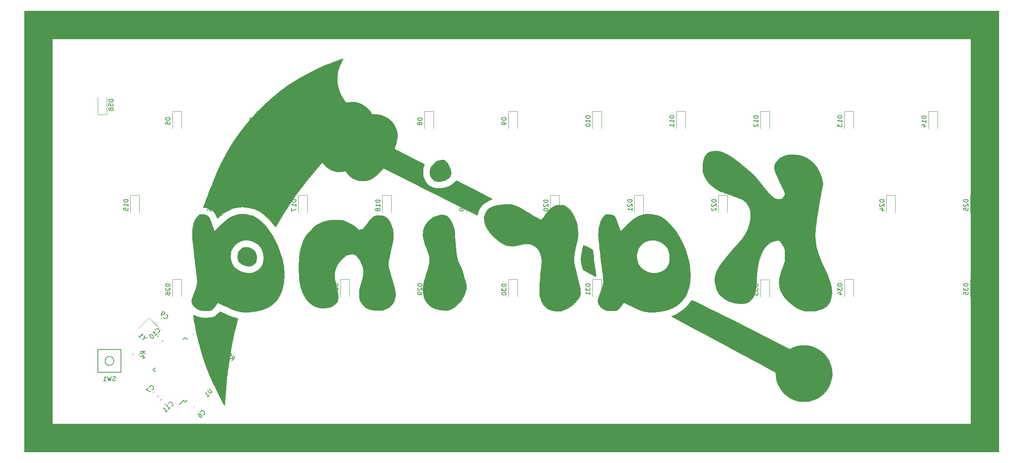
<source format=gbr>
G04 #@! TF.GenerationSoftware,KiCad,Pcbnew,(5.1.5)-3*
G04 #@! TF.CreationDate,2020-09-23T00:09:50-07:00*
G04 #@! TF.ProjectId,keyboard,6b657962-6f61-4726-942e-6b696361645f,rev?*
G04 #@! TF.SameCoordinates,Original*
G04 #@! TF.FileFunction,Legend,Bot*
G04 #@! TF.FilePolarity,Positive*
%FSLAX46Y46*%
G04 Gerber Fmt 4.6, Leading zero omitted, Abs format (unit mm)*
G04 Created by KiCad (PCBNEW (5.1.5)-3) date 2020-09-23 00:09:50*
%MOMM*%
%LPD*%
G04 APERTURE LIST*
%ADD10C,0.010000*%
%ADD11C,0.120000*%
%ADD12C,0.150000*%
G04 APERTURE END LIST*
D10*
G36*
X182036724Y-20590394D02*
G01*
X181825702Y-20635807D01*
X181445835Y-20807582D01*
X181072821Y-21093228D01*
X180761887Y-21444339D01*
X180612627Y-21699000D01*
X180504818Y-22068950D01*
X180457088Y-22527664D01*
X180469366Y-23006625D01*
X180541579Y-23437316D01*
X180614691Y-23646333D01*
X180787813Y-23950686D01*
X181013533Y-24193676D01*
X181330814Y-24408987D01*
X181724667Y-24605947D01*
X182378473Y-24836745D01*
X182985278Y-24910189D01*
X183359521Y-24874415D01*
X183734808Y-24740565D01*
X184114098Y-24501462D01*
X184429435Y-24204894D01*
X184549096Y-24037860D01*
X184658902Y-23747820D01*
X184731634Y-23352133D01*
X184762508Y-22911379D01*
X184746739Y-22486137D01*
X184695079Y-22189393D01*
X184477528Y-21692862D01*
X184129598Y-21266591D01*
X183681421Y-20926894D01*
X183163129Y-20690086D01*
X182604853Y-20572481D01*
X182036724Y-20590394D01*
G37*
X182036724Y-20590394D02*
X181825702Y-20635807D01*
X181445835Y-20807582D01*
X181072821Y-21093228D01*
X180761887Y-21444339D01*
X180612627Y-21699000D01*
X180504818Y-22068950D01*
X180457088Y-22527664D01*
X180469366Y-23006625D01*
X180541579Y-23437316D01*
X180614691Y-23646333D01*
X180787813Y-23950686D01*
X181013533Y-24193676D01*
X181330814Y-24408987D01*
X181724667Y-24605947D01*
X182378473Y-24836745D01*
X182985278Y-24910189D01*
X183359521Y-24874415D01*
X183734808Y-24740565D01*
X184114098Y-24501462D01*
X184429435Y-24204894D01*
X184549096Y-24037860D01*
X184658902Y-23747820D01*
X184731634Y-23352133D01*
X184762508Y-22911379D01*
X184746739Y-22486137D01*
X184695079Y-22189393D01*
X184477528Y-21692862D01*
X184129598Y-21266591D01*
X183681421Y-20926894D01*
X183163129Y-20690086D01*
X182604853Y-20572481D01*
X182036724Y-20590394D01*
G36*
X226365169Y-845861D02*
G01*
X225944087Y-965448D01*
X225656110Y-1088052D01*
X225249276Y-1349943D01*
X224847497Y-1701592D01*
X224501293Y-2092711D01*
X224261185Y-2473012D01*
X224258044Y-2479667D01*
X224121264Y-2912924D01*
X224058213Y-3430082D01*
X224072622Y-3960856D01*
X224156261Y-4396652D01*
X224309047Y-4724985D01*
X224553799Y-5067742D01*
X224840160Y-5362911D01*
X225075206Y-5528290D01*
X225397206Y-5633809D01*
X225828135Y-5689619D01*
X226313854Y-5691645D01*
X226709092Y-5651247D01*
X227069483Y-5569946D01*
X227469743Y-5442729D01*
X227706205Y-5348136D01*
X228215353Y-5051658D01*
X228575029Y-4684681D01*
X228785786Y-4244546D01*
X228848176Y-3728597D01*
X228762751Y-3134175D01*
X228530066Y-2458623D01*
X228376349Y-2125194D01*
X228065651Y-1589583D01*
X227727865Y-1177404D01*
X227378486Y-904795D01*
X227102440Y-798321D01*
X226773458Y-785711D01*
X226365169Y-845861D01*
G37*
X226365169Y-845861D02*
X225944087Y-965448D01*
X225656110Y-1088052D01*
X225249276Y-1349943D01*
X224847497Y-1701592D01*
X224501293Y-2092711D01*
X224261185Y-2473012D01*
X224258044Y-2479667D01*
X224121264Y-2912924D01*
X224058213Y-3430082D01*
X224072622Y-3960856D01*
X224156261Y-4396652D01*
X224309047Y-4724985D01*
X224553799Y-5067742D01*
X224840160Y-5362911D01*
X225075206Y-5528290D01*
X225397206Y-5633809D01*
X225828135Y-5689619D01*
X226313854Y-5691645D01*
X226709092Y-5651247D01*
X227069483Y-5569946D01*
X227469743Y-5442729D01*
X227706205Y-5348136D01*
X228215353Y-5051658D01*
X228575029Y-4684681D01*
X228785786Y-4244546D01*
X228848176Y-3728597D01*
X228762751Y-3134175D01*
X228530066Y-2458623D01*
X228376349Y-2125194D01*
X228065651Y-1589583D01*
X227727865Y-1177404D01*
X227378486Y-904795D01*
X227102440Y-798321D01*
X226773458Y-785711D01*
X226365169Y-845861D01*
G36*
X204293985Y22160086D02*
G01*
X204076291Y22088947D01*
X203748809Y21974371D01*
X203335568Y21825298D01*
X202860594Y21650667D01*
X202347915Y21459417D01*
X201821559Y21260488D01*
X201305552Y21062820D01*
X200823923Y20875352D01*
X200400699Y20707022D01*
X200182000Y20617775D01*
X198874148Y20042692D01*
X197489952Y19371156D01*
X196072692Y18626563D01*
X194665649Y17832311D01*
X193312103Y17011795D01*
X192320206Y16367865D01*
X190117055Y14789258D01*
X188010349Y13077150D01*
X186007099Y11240247D01*
X184114318Y9287253D01*
X182339015Y7226876D01*
X180688202Y5067820D01*
X179168890Y2818792D01*
X177788091Y488496D01*
X176552816Y-1914361D01*
X175470077Y-4381074D01*
X175334077Y-4723333D01*
X175106633Y-5299123D01*
X174868091Y-5896332D01*
X174636750Y-6469610D01*
X174430906Y-6973603D01*
X174275178Y-7348000D01*
X174033685Y-7926115D01*
X173820329Y-8452519D01*
X173616669Y-8974937D01*
X173404267Y-9541096D01*
X173164685Y-10198720D01*
X173043861Y-10535060D01*
X172675720Y-11563120D01*
X173119802Y-11618604D01*
X173622419Y-11736460D01*
X174155340Y-11952900D01*
X174641765Y-12235351D01*
X174736392Y-12304242D01*
X175038891Y-12604960D01*
X175333208Y-13022780D01*
X175586043Y-13507341D01*
X175672114Y-13719347D01*
X175821144Y-14121694D01*
X176338739Y-13667309D01*
X177240497Y-12941381D01*
X178120489Y-12371759D01*
X178997764Y-11950411D01*
X179891368Y-11669302D01*
X180820349Y-11520399D01*
X181499657Y-11490528D01*
X182189993Y-11526542D01*
X182934269Y-11627927D01*
X183678011Y-11783153D01*
X184366747Y-11980693D01*
X184946003Y-12209018D01*
X184986240Y-12228395D01*
X185651400Y-12617765D01*
X186360365Y-13151421D01*
X187097669Y-13815024D01*
X187847848Y-14594240D01*
X188595438Y-15474730D01*
X188879000Y-15837299D01*
X189048334Y-16058761D01*
X189979667Y-14480259D01*
X190473295Y-13663208D01*
X191044044Y-12751587D01*
X191665814Y-11785065D01*
X192312509Y-10803312D01*
X192958031Y-9845994D01*
X193576283Y-8952782D01*
X194083312Y-8242688D01*
X194618124Y-7520473D01*
X195218801Y-6731956D01*
X195863528Y-5904224D01*
X196530485Y-5064361D01*
X197197856Y-4239454D01*
X197843823Y-3456589D01*
X198446569Y-2742849D01*
X198984277Y-2125322D01*
X199236927Y-1844667D01*
X199662465Y-1379000D01*
X199808409Y-1590667D01*
X200303375Y-2171289D01*
X200920864Y-2676652D01*
X201621966Y-3082619D01*
X202367773Y-3365057D01*
X202833850Y-3467283D01*
X203316060Y-3509756D01*
X203830736Y-3501695D01*
X204315391Y-3447490D01*
X204707537Y-3351534D01*
X204759101Y-3331959D01*
X204870509Y-3350390D01*
X205023462Y-3493415D01*
X205223256Y-3760340D01*
X205706566Y-4326118D01*
X206312109Y-4818171D01*
X206999002Y-5208248D01*
X207675000Y-5454739D01*
X207966103Y-5508876D01*
X208351699Y-5549214D01*
X208757070Y-5568362D01*
X208830249Y-5568995D01*
X209638523Y-5506047D01*
X210369231Y-5307573D01*
X211059452Y-4962665D01*
X211201362Y-4871518D01*
X211574413Y-4596618D01*
X211998363Y-4242565D01*
X212430737Y-3848774D01*
X212829060Y-3454663D01*
X213150856Y-3099650D01*
X213263000Y-2958296D01*
X213517000Y-2616610D01*
X220332667Y-6053115D01*
X221447461Y-6615491D01*
X222599860Y-7197380D01*
X223769610Y-7788523D01*
X224936458Y-8378663D01*
X226080148Y-8957543D01*
X227180428Y-9514907D01*
X228217042Y-10040497D01*
X229169736Y-10524055D01*
X230018257Y-10955325D01*
X230742350Y-11324049D01*
X230947204Y-11428550D01*
X231688678Y-11806311D01*
X232383123Y-12158788D01*
X233016229Y-12478810D01*
X233573689Y-12759209D01*
X234041194Y-12992815D01*
X234404436Y-13172457D01*
X234649106Y-13290967D01*
X234760896Y-13341176D01*
X234766387Y-13342241D01*
X234798810Y-13254800D01*
X234865526Y-13047510D01*
X234952892Y-12762930D01*
X234964497Y-12724333D01*
X235250405Y-12006446D01*
X235655819Y-11375983D01*
X236190483Y-10823706D01*
X236864142Y-10340374D01*
X237686539Y-9916750D01*
X238109209Y-9742571D01*
X238141570Y-9718402D01*
X238133148Y-9679806D01*
X238073153Y-9620790D01*
X237950790Y-9535358D01*
X237755269Y-9417518D01*
X237475797Y-9261274D01*
X237101582Y-9060634D01*
X236621832Y-8809602D01*
X236025754Y-8502185D01*
X235302557Y-8132390D01*
X234441448Y-7694221D01*
X234204378Y-7573811D01*
X233430904Y-7181389D01*
X232703560Y-6812998D01*
X232036190Y-6475608D01*
X231442638Y-6176187D01*
X230936748Y-5921705D01*
X230532364Y-5719130D01*
X230243330Y-5575431D01*
X230083489Y-5497577D01*
X230055497Y-5485333D01*
X229982657Y-5540224D01*
X229819856Y-5686432D01*
X229597588Y-5896262D01*
X229513314Y-5977736D01*
X229022706Y-6393160D01*
X228489351Y-6712879D01*
X227866045Y-6961916D01*
X227409957Y-7092757D01*
X226572192Y-7241211D01*
X225767322Y-7257239D01*
X225017959Y-7143792D01*
X224346711Y-6903819D01*
X223896906Y-6634381D01*
X223507669Y-6277201D01*
X223136979Y-5808865D01*
X222825118Y-5286154D01*
X222646996Y-4872577D01*
X222548247Y-4450418D01*
X222496738Y-3927238D01*
X222492364Y-3364597D01*
X222535019Y-2824054D01*
X222624599Y-2367167D01*
X222651426Y-2281563D01*
X222724261Y-2024058D01*
X222749972Y-1832028D01*
X222733830Y-1763404D01*
X222645206Y-1712348D01*
X222421207Y-1593048D01*
X222077591Y-1413637D01*
X221630116Y-1182243D01*
X221094541Y-906996D01*
X220486622Y-596026D01*
X219822117Y-257464D01*
X219359000Y-22237D01*
X218667764Y328635D01*
X218024220Y655699D01*
X217443853Y951053D01*
X216942148Y1206800D01*
X216534592Y1415039D01*
X216236671Y1567872D01*
X216063869Y1657399D01*
X216025768Y1678058D01*
X216037449Y1763555D01*
X216096487Y1967540D01*
X216190991Y2249876D01*
X216216294Y2321121D01*
X216518200Y3335077D01*
X216668383Y4278281D01*
X216665737Y5157358D01*
X216509156Y5978936D01*
X216197538Y6749644D01*
X215729775Y7476108D01*
X215268953Y8002926D01*
X214561373Y8608317D01*
X213772502Y9066578D01*
X212911418Y9373781D01*
X211987199Y9525999D01*
X211714910Y9540413D01*
X210923730Y9563469D01*
X210626294Y10018901D01*
X210051085Y10749502D01*
X209367564Y11354328D01*
X208590287Y11824121D01*
X207733813Y12149626D01*
X207049237Y12293357D01*
X206638885Y12325172D01*
X206175293Y12320342D01*
X205719846Y12283013D01*
X205333931Y12217332D01*
X205160555Y12165758D01*
X205050701Y12199018D01*
X204882166Y12367667D01*
X204647454Y12679443D01*
X204608707Y12735215D01*
X203999159Y13742031D01*
X203529740Y14783040D01*
X203203981Y15841335D01*
X203025409Y16900012D01*
X202997554Y17942163D01*
X203123944Y18950885D01*
X203224950Y19364333D01*
X203324916Y19668574D01*
X203478275Y20075368D01*
X203665219Y20534575D01*
X203865940Y20996054D01*
X203893866Y21057667D01*
X204071479Y21451262D01*
X204218936Y21785540D01*
X204324202Y22032617D01*
X204375239Y22164608D01*
X204377864Y22178848D01*
X204293985Y22160086D01*
G37*
X204293985Y22160086D02*
X204076291Y22088947D01*
X203748809Y21974371D01*
X203335568Y21825298D01*
X202860594Y21650667D01*
X202347915Y21459417D01*
X201821559Y21260488D01*
X201305552Y21062820D01*
X200823923Y20875352D01*
X200400699Y20707022D01*
X200182000Y20617775D01*
X198874148Y20042692D01*
X197489952Y19371156D01*
X196072692Y18626563D01*
X194665649Y17832311D01*
X193312103Y17011795D01*
X192320206Y16367865D01*
X190117055Y14789258D01*
X188010349Y13077150D01*
X186007099Y11240247D01*
X184114318Y9287253D01*
X182339015Y7226876D01*
X180688202Y5067820D01*
X179168890Y2818792D01*
X177788091Y488496D01*
X176552816Y-1914361D01*
X175470077Y-4381074D01*
X175334077Y-4723333D01*
X175106633Y-5299123D01*
X174868091Y-5896332D01*
X174636750Y-6469610D01*
X174430906Y-6973603D01*
X174275178Y-7348000D01*
X174033685Y-7926115D01*
X173820329Y-8452519D01*
X173616669Y-8974937D01*
X173404267Y-9541096D01*
X173164685Y-10198720D01*
X173043861Y-10535060D01*
X172675720Y-11563120D01*
X173119802Y-11618604D01*
X173622419Y-11736460D01*
X174155340Y-11952900D01*
X174641765Y-12235351D01*
X174736392Y-12304242D01*
X175038891Y-12604960D01*
X175333208Y-13022780D01*
X175586043Y-13507341D01*
X175672114Y-13719347D01*
X175821144Y-14121694D01*
X176338739Y-13667309D01*
X177240497Y-12941381D01*
X178120489Y-12371759D01*
X178997764Y-11950411D01*
X179891368Y-11669302D01*
X180820349Y-11520399D01*
X181499657Y-11490528D01*
X182189993Y-11526542D01*
X182934269Y-11627927D01*
X183678011Y-11783153D01*
X184366747Y-11980693D01*
X184946003Y-12209018D01*
X184986240Y-12228395D01*
X185651400Y-12617765D01*
X186360365Y-13151421D01*
X187097669Y-13815024D01*
X187847848Y-14594240D01*
X188595438Y-15474730D01*
X188879000Y-15837299D01*
X189048334Y-16058761D01*
X189979667Y-14480259D01*
X190473295Y-13663208D01*
X191044044Y-12751587D01*
X191665814Y-11785065D01*
X192312509Y-10803312D01*
X192958031Y-9845994D01*
X193576283Y-8952782D01*
X194083312Y-8242688D01*
X194618124Y-7520473D01*
X195218801Y-6731956D01*
X195863528Y-5904224D01*
X196530485Y-5064361D01*
X197197856Y-4239454D01*
X197843823Y-3456589D01*
X198446569Y-2742849D01*
X198984277Y-2125322D01*
X199236927Y-1844667D01*
X199662465Y-1379000D01*
X199808409Y-1590667D01*
X200303375Y-2171289D01*
X200920864Y-2676652D01*
X201621966Y-3082619D01*
X202367773Y-3365057D01*
X202833850Y-3467283D01*
X203316060Y-3509756D01*
X203830736Y-3501695D01*
X204315391Y-3447490D01*
X204707537Y-3351534D01*
X204759101Y-3331959D01*
X204870509Y-3350390D01*
X205023462Y-3493415D01*
X205223256Y-3760340D01*
X205706566Y-4326118D01*
X206312109Y-4818171D01*
X206999002Y-5208248D01*
X207675000Y-5454739D01*
X207966103Y-5508876D01*
X208351699Y-5549214D01*
X208757070Y-5568362D01*
X208830249Y-5568995D01*
X209638523Y-5506047D01*
X210369231Y-5307573D01*
X211059452Y-4962665D01*
X211201362Y-4871518D01*
X211574413Y-4596618D01*
X211998363Y-4242565D01*
X212430737Y-3848774D01*
X212829060Y-3454663D01*
X213150856Y-3099650D01*
X213263000Y-2958296D01*
X213517000Y-2616610D01*
X220332667Y-6053115D01*
X221447461Y-6615491D01*
X222599860Y-7197380D01*
X223769610Y-7788523D01*
X224936458Y-8378663D01*
X226080148Y-8957543D01*
X227180428Y-9514907D01*
X228217042Y-10040497D01*
X229169736Y-10524055D01*
X230018257Y-10955325D01*
X230742350Y-11324049D01*
X230947204Y-11428550D01*
X231688678Y-11806311D01*
X232383123Y-12158788D01*
X233016229Y-12478810D01*
X233573689Y-12759209D01*
X234041194Y-12992815D01*
X234404436Y-13172457D01*
X234649106Y-13290967D01*
X234760896Y-13341176D01*
X234766387Y-13342241D01*
X234798810Y-13254800D01*
X234865526Y-13047510D01*
X234952892Y-12762930D01*
X234964497Y-12724333D01*
X235250405Y-12006446D01*
X235655819Y-11375983D01*
X236190483Y-10823706D01*
X236864142Y-10340374D01*
X237686539Y-9916750D01*
X238109209Y-9742571D01*
X238141570Y-9718402D01*
X238133148Y-9679806D01*
X238073153Y-9620790D01*
X237950790Y-9535358D01*
X237755269Y-9417518D01*
X237475797Y-9261274D01*
X237101582Y-9060634D01*
X236621832Y-8809602D01*
X236025754Y-8502185D01*
X235302557Y-8132390D01*
X234441448Y-7694221D01*
X234204378Y-7573811D01*
X233430904Y-7181389D01*
X232703560Y-6812998D01*
X232036190Y-6475608D01*
X231442638Y-6176187D01*
X230936748Y-5921705D01*
X230532364Y-5719130D01*
X230243330Y-5575431D01*
X230083489Y-5497577D01*
X230055497Y-5485333D01*
X229982657Y-5540224D01*
X229819856Y-5686432D01*
X229597588Y-5896262D01*
X229513314Y-5977736D01*
X229022706Y-6393160D01*
X228489351Y-6712879D01*
X227866045Y-6961916D01*
X227409957Y-7092757D01*
X226572192Y-7241211D01*
X225767322Y-7257239D01*
X225017959Y-7143792D01*
X224346711Y-6903819D01*
X223896906Y-6634381D01*
X223507669Y-6277201D01*
X223136979Y-5808865D01*
X222825118Y-5286154D01*
X222646996Y-4872577D01*
X222548247Y-4450418D01*
X222496738Y-3927238D01*
X222492364Y-3364597D01*
X222535019Y-2824054D01*
X222624599Y-2367167D01*
X222651426Y-2281563D01*
X222724261Y-2024058D01*
X222749972Y-1832028D01*
X222733830Y-1763404D01*
X222645206Y-1712348D01*
X222421207Y-1593048D01*
X222077591Y-1413637D01*
X221630116Y-1182243D01*
X221094541Y-906996D01*
X220486622Y-596026D01*
X219822117Y-257464D01*
X219359000Y-22237D01*
X218667764Y328635D01*
X218024220Y655699D01*
X217443853Y951053D01*
X216942148Y1206800D01*
X216534592Y1415039D01*
X216236671Y1567872D01*
X216063869Y1657399D01*
X216025768Y1678058D01*
X216037449Y1763555D01*
X216096487Y1967540D01*
X216190991Y2249876D01*
X216216294Y2321121D01*
X216518200Y3335077D01*
X216668383Y4278281D01*
X216665737Y5157358D01*
X216509156Y5978936D01*
X216197538Y6749644D01*
X215729775Y7476108D01*
X215268953Y8002926D01*
X214561373Y8608317D01*
X213772502Y9066578D01*
X212911418Y9373781D01*
X211987199Y9525999D01*
X211714910Y9540413D01*
X210923730Y9563469D01*
X210626294Y10018901D01*
X210051085Y10749502D01*
X209367564Y11354328D01*
X208590287Y11824121D01*
X207733813Y12149626D01*
X207049237Y12293357D01*
X206638885Y12325172D01*
X206175293Y12320342D01*
X205719846Y12283013D01*
X205333931Y12217332D01*
X205160555Y12165758D01*
X205050701Y12199018D01*
X204882166Y12367667D01*
X204647454Y12679443D01*
X204608707Y12735215D01*
X203999159Y13742031D01*
X203529740Y14783040D01*
X203203981Y15841335D01*
X203025409Y16900012D01*
X202997554Y17942163D01*
X203123944Y18950885D01*
X203224950Y19364333D01*
X203324916Y19668574D01*
X203478275Y20075368D01*
X203665219Y20534575D01*
X203865940Y20996054D01*
X203893866Y21057667D01*
X204071479Y21451262D01*
X204218936Y21785540D01*
X204324202Y22032617D01*
X204375239Y22164608D01*
X204377864Y22178848D01*
X204293985Y22160086D01*
G36*
X258801194Y-20308388D02*
G01*
X258732404Y-20560734D01*
X258651435Y-20913649D01*
X258564610Y-21333664D01*
X258478252Y-21787311D01*
X258398683Y-22241123D01*
X258332227Y-22661632D01*
X258285205Y-23015370D01*
X258263940Y-23268869D01*
X258263334Y-23303282D01*
X258283563Y-23591097D01*
X258338258Y-23985016D01*
X258418433Y-24427482D01*
X258490952Y-24761124D01*
X258718570Y-25727616D01*
X260078452Y-26438592D01*
X260623025Y-26723463D01*
X261034735Y-26936953D01*
X261331360Y-27085018D01*
X261530679Y-27173611D01*
X261650471Y-27208688D01*
X261708514Y-27196202D01*
X261722588Y-27142108D01*
X261710470Y-27052361D01*
X261697503Y-26980847D01*
X261677655Y-26843134D01*
X261640859Y-26567038D01*
X261590125Y-26176570D01*
X261528465Y-25695742D01*
X261458890Y-25148563D01*
X261384409Y-24559046D01*
X261308035Y-23951202D01*
X261232777Y-23349042D01*
X261161647Y-22776576D01*
X261097657Y-22257816D01*
X261043816Y-21816773D01*
X261003135Y-21477459D01*
X260978626Y-21263884D01*
X260972667Y-21200465D01*
X260900948Y-21136588D01*
X260708549Y-21022727D01*
X260429606Y-20875143D01*
X260098258Y-20710095D01*
X259748642Y-20543844D01*
X259414894Y-20392652D01*
X259131152Y-20272778D01*
X258931554Y-20200484D01*
X258851482Y-20190078D01*
X258801194Y-20308388D01*
G37*
X258801194Y-20308388D02*
X258732404Y-20560734D01*
X258651435Y-20913649D01*
X258564610Y-21333664D01*
X258478252Y-21787311D01*
X258398683Y-22241123D01*
X258332227Y-22661632D01*
X258285205Y-23015370D01*
X258263940Y-23268869D01*
X258263334Y-23303282D01*
X258283563Y-23591097D01*
X258338258Y-23985016D01*
X258418433Y-24427482D01*
X258490952Y-24761124D01*
X258718570Y-25727616D01*
X260078452Y-26438592D01*
X260623025Y-26723463D01*
X261034735Y-26936953D01*
X261331360Y-27085018D01*
X261530679Y-27173611D01*
X261650471Y-27208688D01*
X261708514Y-27196202D01*
X261722588Y-27142108D01*
X261710470Y-27052361D01*
X261697503Y-26980847D01*
X261677655Y-26843134D01*
X261640859Y-26567038D01*
X261590125Y-26176570D01*
X261528465Y-25695742D01*
X261458890Y-25148563D01*
X261384409Y-24559046D01*
X261308035Y-23951202D01*
X261232777Y-23349042D01*
X261161647Y-22776576D01*
X261097657Y-22257816D01*
X261043816Y-21816773D01*
X261003135Y-21477459D01*
X260978626Y-21263884D01*
X260972667Y-21200465D01*
X260900948Y-21136588D01*
X260708549Y-21022727D01*
X260429606Y-20875143D01*
X260098258Y-20710095D01*
X259748642Y-20543844D01*
X259414894Y-20392652D01*
X259131152Y-20272778D01*
X258931554Y-20200484D01*
X258851482Y-20190078D01*
X258801194Y-20308388D01*
G36*
X212101981Y-13383643D02*
G01*
X211822365Y-13432595D01*
X211261354Y-13669918D01*
X210741140Y-14062062D01*
X210278733Y-14596197D01*
X210277200Y-14598351D01*
X209879995Y-15155656D01*
X209565346Y-15590941D01*
X209318144Y-15920512D01*
X209123278Y-16160678D01*
X208965636Y-16327744D01*
X208830109Y-16438020D01*
X208701584Y-16507812D01*
X208564953Y-16553428D01*
X208437259Y-16584010D01*
X207976030Y-16687228D01*
X207612867Y-16352476D01*
X207049995Y-15893407D01*
X206395142Y-15457204D01*
X205695005Y-15069089D01*
X204996282Y-14754282D01*
X204345670Y-14538002D01*
X204181154Y-14499099D01*
X203679777Y-14425923D01*
X203070725Y-14387779D01*
X202411960Y-14384500D01*
X201761441Y-14415920D01*
X201177128Y-14481872D01*
X201024444Y-14508171D01*
X200076098Y-14745467D01*
X199216466Y-15088282D01*
X198412497Y-15554210D01*
X197631140Y-16160845D01*
X197236065Y-16524890D01*
X196534361Y-17276909D01*
X195935594Y-18081478D01*
X195436477Y-18950415D01*
X195033725Y-19895541D01*
X194724051Y-20928676D01*
X194504169Y-22061641D01*
X194370792Y-23306255D01*
X194320635Y-24674338D01*
X194350412Y-26177712D01*
X194382187Y-26790013D01*
X194434530Y-27577727D01*
X194491869Y-28229214D01*
X194560319Y-28777576D01*
X194645993Y-29255915D01*
X194755006Y-29697333D01*
X194893472Y-30134932D01*
X195067507Y-30601815D01*
X195102650Y-30690437D01*
X195564453Y-31672352D01*
X196106533Y-32505680D01*
X196729836Y-33191437D01*
X197435311Y-33730637D01*
X198223907Y-34124297D01*
X198353028Y-34172135D01*
X198880155Y-34307053D01*
X199498966Y-34384159D01*
X200147681Y-34401827D01*
X200764523Y-34358428D01*
X201287710Y-34252336D01*
X201296508Y-34249652D01*
X201820699Y-34037464D01*
X202308473Y-33746034D01*
X202718972Y-33405232D01*
X203011339Y-33044929D01*
X203057854Y-32961901D01*
X203147201Y-32763346D01*
X203209511Y-32556373D01*
X203243410Y-32320834D01*
X203247524Y-32036582D01*
X203220480Y-31683467D01*
X203160904Y-31241342D01*
X203067423Y-30690057D01*
X202938663Y-30009466D01*
X202813656Y-29379858D01*
X202668967Y-28652093D01*
X202557752Y-28065673D01*
X202477874Y-27596397D01*
X202427193Y-27220066D01*
X202403572Y-26912477D01*
X202404871Y-26649431D01*
X202428953Y-26406727D01*
X202473677Y-26160164D01*
X202513504Y-25983397D01*
X202723393Y-25353954D01*
X203047836Y-24710836D01*
X203462373Y-24083339D01*
X203942544Y-23500761D01*
X204463889Y-22992398D01*
X205001947Y-22587548D01*
X205532259Y-22315507D01*
X205594583Y-22293052D01*
X206011144Y-22196057D01*
X206444192Y-22170387D01*
X206830320Y-22216258D01*
X207033195Y-22288147D01*
X207320550Y-22496554D01*
X207639392Y-22826805D01*
X207960462Y-23242682D01*
X208254502Y-23707969D01*
X208395207Y-23974072D01*
X208686537Y-24641839D01*
X208880788Y-25277191D01*
X208978492Y-25910050D01*
X208980184Y-26570336D01*
X208886398Y-27287971D01*
X208697666Y-28092874D01*
X208481506Y-28811000D01*
X208282498Y-29452829D01*
X208141584Y-29973616D01*
X208050526Y-30408120D01*
X208001087Y-30791101D01*
X207995738Y-30860621D01*
X208003240Y-31726346D01*
X208149117Y-32496256D01*
X208429999Y-33167174D01*
X208842515Y-33735926D01*
X209383295Y-34199335D01*
X210048969Y-34554226D01*
X210836166Y-34797422D01*
X211741518Y-34925749D01*
X212331667Y-34946296D01*
X212806652Y-34938364D01*
X213168753Y-34910243D01*
X213473936Y-34854500D01*
X213778170Y-34763700D01*
X213822357Y-34748303D01*
X214555694Y-34413537D01*
X215157021Y-33972848D01*
X215627703Y-33424636D01*
X215969109Y-32767305D01*
X216182606Y-31999254D01*
X216184735Y-31987479D01*
X216229705Y-31588841D01*
X216226128Y-31140805D01*
X216170759Y-30626050D01*
X216060349Y-30027259D01*
X215891653Y-29327114D01*
X215661424Y-28508296D01*
X215366416Y-27553485D01*
X215335306Y-27456333D01*
X215110881Y-26744731D01*
X214931659Y-26131301D01*
X214797564Y-25589624D01*
X214708516Y-25093275D01*
X214664438Y-24615835D01*
X214665251Y-24130879D01*
X214710876Y-23611987D01*
X214801237Y-23032737D01*
X214936254Y-22366706D01*
X215115849Y-21587473D01*
X215315503Y-20767667D01*
X215454238Y-20198412D01*
X215556328Y-19753574D01*
X215627430Y-19393607D01*
X215673204Y-19078963D01*
X215699306Y-18770097D01*
X215711394Y-18427459D01*
X215715127Y-18011505D01*
X215715234Y-17973667D01*
X215712455Y-17460917D01*
X215697814Y-17072418D01*
X215666478Y-16763232D01*
X215613618Y-16488423D01*
X215534404Y-16203052D01*
X215519874Y-16156317D01*
X215215445Y-15347939D01*
X214851715Y-14663137D01*
X214437239Y-14114483D01*
X213980571Y-13714547D01*
X213774806Y-13592170D01*
X213444496Y-13476920D01*
X213012616Y-13400236D01*
X212543625Y-13367388D01*
X212101981Y-13383643D01*
G37*
X212101981Y-13383643D02*
X211822365Y-13432595D01*
X211261354Y-13669918D01*
X210741140Y-14062062D01*
X210278733Y-14596197D01*
X210277200Y-14598351D01*
X209879995Y-15155656D01*
X209565346Y-15590941D01*
X209318144Y-15920512D01*
X209123278Y-16160678D01*
X208965636Y-16327744D01*
X208830109Y-16438020D01*
X208701584Y-16507812D01*
X208564953Y-16553428D01*
X208437259Y-16584010D01*
X207976030Y-16687228D01*
X207612867Y-16352476D01*
X207049995Y-15893407D01*
X206395142Y-15457204D01*
X205695005Y-15069089D01*
X204996282Y-14754282D01*
X204345670Y-14538002D01*
X204181154Y-14499099D01*
X203679777Y-14425923D01*
X203070725Y-14387779D01*
X202411960Y-14384500D01*
X201761441Y-14415920D01*
X201177128Y-14481872D01*
X201024444Y-14508171D01*
X200076098Y-14745467D01*
X199216466Y-15088282D01*
X198412497Y-15554210D01*
X197631140Y-16160845D01*
X197236065Y-16524890D01*
X196534361Y-17276909D01*
X195935594Y-18081478D01*
X195436477Y-18950415D01*
X195033725Y-19895541D01*
X194724051Y-20928676D01*
X194504169Y-22061641D01*
X194370792Y-23306255D01*
X194320635Y-24674338D01*
X194350412Y-26177712D01*
X194382187Y-26790013D01*
X194434530Y-27577727D01*
X194491869Y-28229214D01*
X194560319Y-28777576D01*
X194645993Y-29255915D01*
X194755006Y-29697333D01*
X194893472Y-30134932D01*
X195067507Y-30601815D01*
X195102650Y-30690437D01*
X195564453Y-31672352D01*
X196106533Y-32505680D01*
X196729836Y-33191437D01*
X197435311Y-33730637D01*
X198223907Y-34124297D01*
X198353028Y-34172135D01*
X198880155Y-34307053D01*
X199498966Y-34384159D01*
X200147681Y-34401827D01*
X200764523Y-34358428D01*
X201287710Y-34252336D01*
X201296508Y-34249652D01*
X201820699Y-34037464D01*
X202308473Y-33746034D01*
X202718972Y-33405232D01*
X203011339Y-33044929D01*
X203057854Y-32961901D01*
X203147201Y-32763346D01*
X203209511Y-32556373D01*
X203243410Y-32320834D01*
X203247524Y-32036582D01*
X203220480Y-31683467D01*
X203160904Y-31241342D01*
X203067423Y-30690057D01*
X202938663Y-30009466D01*
X202813656Y-29379858D01*
X202668967Y-28652093D01*
X202557752Y-28065673D01*
X202477874Y-27596397D01*
X202427193Y-27220066D01*
X202403572Y-26912477D01*
X202404871Y-26649431D01*
X202428953Y-26406727D01*
X202473677Y-26160164D01*
X202513504Y-25983397D01*
X202723393Y-25353954D01*
X203047836Y-24710836D01*
X203462373Y-24083339D01*
X203942544Y-23500761D01*
X204463889Y-22992398D01*
X205001947Y-22587548D01*
X205532259Y-22315507D01*
X205594583Y-22293052D01*
X206011144Y-22196057D01*
X206444192Y-22170387D01*
X206830320Y-22216258D01*
X207033195Y-22288147D01*
X207320550Y-22496554D01*
X207639392Y-22826805D01*
X207960462Y-23242682D01*
X208254502Y-23707969D01*
X208395207Y-23974072D01*
X208686537Y-24641839D01*
X208880788Y-25277191D01*
X208978492Y-25910050D01*
X208980184Y-26570336D01*
X208886398Y-27287971D01*
X208697666Y-28092874D01*
X208481506Y-28811000D01*
X208282498Y-29452829D01*
X208141584Y-29973616D01*
X208050526Y-30408120D01*
X208001087Y-30791101D01*
X207995738Y-30860621D01*
X208003240Y-31726346D01*
X208149117Y-32496256D01*
X208429999Y-33167174D01*
X208842515Y-33735926D01*
X209383295Y-34199335D01*
X210048969Y-34554226D01*
X210836166Y-34797422D01*
X211741518Y-34925749D01*
X212331667Y-34946296D01*
X212806652Y-34938364D01*
X213168753Y-34910243D01*
X213473936Y-34854500D01*
X213778170Y-34763700D01*
X213822357Y-34748303D01*
X214555694Y-34413537D01*
X215157021Y-33972848D01*
X215627703Y-33424636D01*
X215969109Y-32767305D01*
X216182606Y-31999254D01*
X216184735Y-31987479D01*
X216229705Y-31588841D01*
X216226128Y-31140805D01*
X216170759Y-30626050D01*
X216060349Y-30027259D01*
X215891653Y-29327114D01*
X215661424Y-28508296D01*
X215366416Y-27553485D01*
X215335306Y-27456333D01*
X215110881Y-26744731D01*
X214931659Y-26131301D01*
X214797564Y-25589624D01*
X214708516Y-25093275D01*
X214664438Y-24615835D01*
X214665251Y-24130879D01*
X214710876Y-23611987D01*
X214801237Y-23032737D01*
X214936254Y-22366706D01*
X215115849Y-21587473D01*
X215315503Y-20767667D01*
X215454238Y-20198412D01*
X215556328Y-19753574D01*
X215627430Y-19393607D01*
X215673204Y-19078963D01*
X215699306Y-18770097D01*
X215711394Y-18427459D01*
X215715127Y-18011505D01*
X215715234Y-17973667D01*
X215712455Y-17460917D01*
X215697814Y-17072418D01*
X215666478Y-16763232D01*
X215613618Y-16488423D01*
X215534404Y-16203052D01*
X215519874Y-16156317D01*
X215215445Y-15347939D01*
X214851715Y-14663137D01*
X214437239Y-14114483D01*
X213980571Y-13714547D01*
X213774806Y-13592170D01*
X213444496Y-13476920D01*
X213012616Y-13400236D01*
X212543625Y-13367388D01*
X212101981Y-13383643D01*
G36*
X226435014Y-13279475D02*
G01*
X225635240Y-13459916D01*
X224883172Y-13783852D01*
X224198677Y-14232964D01*
X223601619Y-14788936D01*
X223111863Y-15433448D01*
X222749276Y-16148183D01*
X222541825Y-16869433D01*
X222473357Y-17342518D01*
X222452413Y-17799668D01*
X222484029Y-18267260D01*
X222573238Y-18771665D01*
X222725077Y-19339259D01*
X222944580Y-19996415D01*
X223236782Y-20769508D01*
X223332368Y-21010481D01*
X223551144Y-21567010D01*
X223726426Y-22050177D01*
X223857330Y-22482562D01*
X223942973Y-22886743D01*
X223982471Y-23285301D01*
X223974941Y-23700815D01*
X223919498Y-24155863D01*
X223815259Y-24673026D01*
X223661340Y-25274881D01*
X223456858Y-25984009D01*
X223200929Y-26822989D01*
X223091012Y-27177300D01*
X222871300Y-27900708D01*
X222704645Y-28495363D01*
X222585609Y-28991423D01*
X222508754Y-29419045D01*
X222468640Y-29808384D01*
X222459830Y-30189598D01*
X222476389Y-30585349D01*
X222605100Y-31514625D01*
X222861807Y-32333086D01*
X223246405Y-33040607D01*
X223758793Y-33637059D01*
X224398866Y-34122315D01*
X225166521Y-34496246D01*
X225809981Y-34699506D01*
X226267200Y-34793537D01*
X226781251Y-34862558D01*
X227303073Y-34903423D01*
X227783605Y-34912985D01*
X228173787Y-34888096D01*
X228323699Y-34860744D01*
X228867244Y-34664144D01*
X229427470Y-34339401D01*
X230020687Y-33875776D01*
X230500135Y-33427399D01*
X230860283Y-33060882D01*
X231127019Y-32761961D01*
X231333722Y-32485988D01*
X231513768Y-32188315D01*
X231700533Y-31824295D01*
X231704256Y-31816667D01*
X231961144Y-31215348D01*
X232164456Y-30589989D01*
X232299978Y-29992857D01*
X232353495Y-29476217D01*
X232353776Y-29428403D01*
X232327575Y-29234102D01*
X232257923Y-28925954D01*
X232156199Y-28550319D01*
X232062898Y-28243391D01*
X231914937Y-27751797D01*
X231762564Y-27199231D01*
X231630016Y-26675255D01*
X231581694Y-26465391D01*
X231420641Y-25850542D01*
X231243819Y-25399605D01*
X231147181Y-25231426D01*
X230852557Y-24737482D01*
X230600324Y-24191153D01*
X230386793Y-23575633D01*
X230208273Y-22874115D01*
X230061076Y-22069796D01*
X229941511Y-21145869D01*
X229845887Y-20085529D01*
X229776659Y-18989667D01*
X229737929Y-18290243D01*
X229702471Y-17732931D01*
X229667170Y-17290632D01*
X229628909Y-16936244D01*
X229584574Y-16642669D01*
X229531049Y-16382804D01*
X229465219Y-16129551D01*
X229436351Y-16029485D01*
X229150108Y-15216623D01*
X228809288Y-14528107D01*
X228422838Y-13980380D01*
X228192596Y-13743761D01*
X227817602Y-13463808D01*
X227425323Y-13301313D01*
X226971814Y-13244667D01*
X226435014Y-13279475D01*
G37*
X226435014Y-13279475D02*
X225635240Y-13459916D01*
X224883172Y-13783852D01*
X224198677Y-14232964D01*
X223601619Y-14788936D01*
X223111863Y-15433448D01*
X222749276Y-16148183D01*
X222541825Y-16869433D01*
X222473357Y-17342518D01*
X222452413Y-17799668D01*
X222484029Y-18267260D01*
X222573238Y-18771665D01*
X222725077Y-19339259D01*
X222944580Y-19996415D01*
X223236782Y-20769508D01*
X223332368Y-21010481D01*
X223551144Y-21567010D01*
X223726426Y-22050177D01*
X223857330Y-22482562D01*
X223942973Y-22886743D01*
X223982471Y-23285301D01*
X223974941Y-23700815D01*
X223919498Y-24155863D01*
X223815259Y-24673026D01*
X223661340Y-25274881D01*
X223456858Y-25984009D01*
X223200929Y-26822989D01*
X223091012Y-27177300D01*
X222871300Y-27900708D01*
X222704645Y-28495363D01*
X222585609Y-28991423D01*
X222508754Y-29419045D01*
X222468640Y-29808384D01*
X222459830Y-30189598D01*
X222476389Y-30585349D01*
X222605100Y-31514625D01*
X222861807Y-32333086D01*
X223246405Y-33040607D01*
X223758793Y-33637059D01*
X224398866Y-34122315D01*
X225166521Y-34496246D01*
X225809981Y-34699506D01*
X226267200Y-34793537D01*
X226781251Y-34862558D01*
X227303073Y-34903423D01*
X227783605Y-34912985D01*
X228173787Y-34888096D01*
X228323699Y-34860744D01*
X228867244Y-34664144D01*
X229427470Y-34339401D01*
X230020687Y-33875776D01*
X230500135Y-33427399D01*
X230860283Y-33060882D01*
X231127019Y-32761961D01*
X231333722Y-32485988D01*
X231513768Y-32188315D01*
X231700533Y-31824295D01*
X231704256Y-31816667D01*
X231961144Y-31215348D01*
X232164456Y-30589989D01*
X232299978Y-29992857D01*
X232353495Y-29476217D01*
X232353776Y-29428403D01*
X232327575Y-29234102D01*
X232257923Y-28925954D01*
X232156199Y-28550319D01*
X232062898Y-28243391D01*
X231914937Y-27751797D01*
X231762564Y-27199231D01*
X231630016Y-26675255D01*
X231581694Y-26465391D01*
X231420641Y-25850542D01*
X231243819Y-25399605D01*
X231147181Y-25231426D01*
X230852557Y-24737482D01*
X230600324Y-24191153D01*
X230386793Y-23575633D01*
X230208273Y-22874115D01*
X230061076Y-22069796D01*
X229941511Y-21145869D01*
X229845887Y-20085529D01*
X229776659Y-18989667D01*
X229737929Y-18290243D01*
X229702471Y-17732931D01*
X229667170Y-17290632D01*
X229628909Y-16936244D01*
X229584574Y-16642669D01*
X229531049Y-16382804D01*
X229465219Y-16129551D01*
X229436351Y-16029485D01*
X229150108Y-15216623D01*
X228809288Y-14528107D01*
X228422838Y-13980380D01*
X228192596Y-13743761D01*
X227817602Y-13463808D01*
X227425323Y-13301313D01*
X226971814Y-13244667D01*
X226435014Y-13279475D01*
G36*
X241085457Y-10850838D02*
G01*
X240308490Y-10914581D01*
X239534188Y-11030328D01*
X238814837Y-11192088D01*
X238220484Y-11386706D01*
X237585820Y-11722192D01*
X237076239Y-12161850D01*
X236696171Y-12691042D01*
X236450045Y-13295131D01*
X236342288Y-13959477D01*
X236377329Y-14669443D01*
X236559598Y-15410390D01*
X236817949Y-16022717D01*
X237208244Y-16675631D01*
X237724923Y-17353900D01*
X238334985Y-18025700D01*
X239005425Y-18659207D01*
X239703243Y-19222597D01*
X240395435Y-19684046D01*
X240878753Y-19938492D01*
X241415730Y-20159323D01*
X241914961Y-20302673D01*
X242412975Y-20369981D01*
X242946301Y-20362685D01*
X243551471Y-20282225D01*
X244265012Y-20130038D01*
X244468849Y-20079889D01*
X244983547Y-19954710D01*
X245375090Y-19871451D01*
X245682834Y-19824444D01*
X245946134Y-19808024D01*
X246204346Y-19816525D01*
X246265258Y-19821250D01*
X246975607Y-19959987D01*
X247611423Y-20245852D01*
X248165257Y-20670494D01*
X248629660Y-21225562D01*
X248997185Y-21902705D01*
X249260381Y-22693574D01*
X249378750Y-23311771D01*
X249402489Y-23525338D01*
X249412658Y-23754502D01*
X249407583Y-24024326D01*
X249385590Y-24359869D01*
X249345004Y-24786194D01*
X249284151Y-25328361D01*
X249201357Y-26011431D01*
X249194912Y-26063437D01*
X249075135Y-27135399D01*
X248986426Y-28159901D01*
X248929205Y-29118359D01*
X248903890Y-29992186D01*
X248910901Y-30762799D01*
X248950655Y-31411611D01*
X249023571Y-31920037D01*
X249059538Y-32070667D01*
X249361006Y-32908237D01*
X249766973Y-33613907D01*
X250276278Y-34186502D01*
X250887757Y-34624847D01*
X251600248Y-34927766D01*
X251981001Y-35025388D01*
X252514651Y-35096612D01*
X253100899Y-35110205D01*
X253671436Y-35068281D01*
X254157952Y-34972957D01*
X254212994Y-34956265D01*
X254857414Y-34693392D01*
X255524399Y-34320549D01*
X256180883Y-33864512D01*
X256793801Y-33352058D01*
X257330088Y-32809965D01*
X257756679Y-32265010D01*
X257959220Y-31922447D01*
X258065236Y-31688751D01*
X258142663Y-31449840D01*
X258189667Y-31188904D01*
X258204412Y-30889138D01*
X258185064Y-30533731D01*
X258129786Y-30105879D01*
X258036745Y-29588771D01*
X257904104Y-28965602D01*
X257730030Y-28219562D01*
X257512687Y-27333845D01*
X257416152Y-26948333D01*
X257206713Y-26110239D01*
X257037154Y-25415708D01*
X256904268Y-24844544D01*
X256804851Y-24376550D01*
X256735695Y-23991529D01*
X256693597Y-23669285D01*
X256675349Y-23389621D01*
X256677746Y-23132340D01*
X256697583Y-22877246D01*
X256729305Y-22621117D01*
X256781054Y-22300301D01*
X256863497Y-21854769D01*
X256968655Y-21324661D01*
X257088552Y-20750119D01*
X257215208Y-20171283D01*
X257223890Y-20132667D01*
X257359679Y-19520092D01*
X257460299Y-19035023D01*
X257530966Y-18640514D01*
X257576892Y-18299624D01*
X257603290Y-17975408D01*
X257615374Y-17630924D01*
X257618175Y-17338667D01*
X257587542Y-16453128D01*
X257481336Y-15650952D01*
X257287045Y-14881377D01*
X256992155Y-14093646D01*
X256628183Y-13322860D01*
X256235926Y-12655741D01*
X255789753Y-12075515D01*
X255312979Y-11608152D01*
X254828919Y-11279623D01*
X254765394Y-11247855D01*
X254205498Y-11065226D01*
X253574361Y-11005390D01*
X252920807Y-11071733D01*
X252758736Y-11108661D01*
X252372377Y-11228314D01*
X252018015Y-11389929D01*
X251677011Y-11609981D01*
X251330726Y-11904945D01*
X250960520Y-12291297D01*
X250547754Y-12785510D01*
X250073790Y-13404059D01*
X249908078Y-13628322D01*
X249679214Y-13930772D01*
X249481744Y-14174452D01*
X249339288Y-14331267D01*
X249280014Y-14375333D01*
X249128921Y-14330361D01*
X248850963Y-14200982D01*
X248460971Y-13995504D01*
X247973777Y-13722234D01*
X247404213Y-13389477D01*
X246767110Y-13005542D01*
X246120265Y-12605626D01*
X245376453Y-12148894D01*
X244744660Y-11781781D01*
X244200805Y-11493155D01*
X243720810Y-11271882D01*
X243280594Y-11106830D01*
X242856076Y-10986866D01*
X242438238Y-10903335D01*
X241812802Y-10845092D01*
X241085457Y-10850838D01*
G37*
X241085457Y-10850838D02*
X240308490Y-10914581D01*
X239534188Y-11030328D01*
X238814837Y-11192088D01*
X238220484Y-11386706D01*
X237585820Y-11722192D01*
X237076239Y-12161850D01*
X236696171Y-12691042D01*
X236450045Y-13295131D01*
X236342288Y-13959477D01*
X236377329Y-14669443D01*
X236559598Y-15410390D01*
X236817949Y-16022717D01*
X237208244Y-16675631D01*
X237724923Y-17353900D01*
X238334985Y-18025700D01*
X239005425Y-18659207D01*
X239703243Y-19222597D01*
X240395435Y-19684046D01*
X240878753Y-19938492D01*
X241415730Y-20159323D01*
X241914961Y-20302673D01*
X242412975Y-20369981D01*
X242946301Y-20362685D01*
X243551471Y-20282225D01*
X244265012Y-20130038D01*
X244468849Y-20079889D01*
X244983547Y-19954710D01*
X245375090Y-19871451D01*
X245682834Y-19824444D01*
X245946134Y-19808024D01*
X246204346Y-19816525D01*
X246265258Y-19821250D01*
X246975607Y-19959987D01*
X247611423Y-20245852D01*
X248165257Y-20670494D01*
X248629660Y-21225562D01*
X248997185Y-21902705D01*
X249260381Y-22693574D01*
X249378750Y-23311771D01*
X249402489Y-23525338D01*
X249412658Y-23754502D01*
X249407583Y-24024326D01*
X249385590Y-24359869D01*
X249345004Y-24786194D01*
X249284151Y-25328361D01*
X249201357Y-26011431D01*
X249194912Y-26063437D01*
X249075135Y-27135399D01*
X248986426Y-28159901D01*
X248929205Y-29118359D01*
X248903890Y-29992186D01*
X248910901Y-30762799D01*
X248950655Y-31411611D01*
X249023571Y-31920037D01*
X249059538Y-32070667D01*
X249361006Y-32908237D01*
X249766973Y-33613907D01*
X250276278Y-34186502D01*
X250887757Y-34624847D01*
X251600248Y-34927766D01*
X251981001Y-35025388D01*
X252514651Y-35096612D01*
X253100899Y-35110205D01*
X253671436Y-35068281D01*
X254157952Y-34972957D01*
X254212994Y-34956265D01*
X254857414Y-34693392D01*
X255524399Y-34320549D01*
X256180883Y-33864512D01*
X256793801Y-33352058D01*
X257330088Y-32809965D01*
X257756679Y-32265010D01*
X257959220Y-31922447D01*
X258065236Y-31688751D01*
X258142663Y-31449840D01*
X258189667Y-31188904D01*
X258204412Y-30889138D01*
X258185064Y-30533731D01*
X258129786Y-30105879D01*
X258036745Y-29588771D01*
X257904104Y-28965602D01*
X257730030Y-28219562D01*
X257512687Y-27333845D01*
X257416152Y-26948333D01*
X257206713Y-26110239D01*
X257037154Y-25415708D01*
X256904268Y-24844544D01*
X256804851Y-24376550D01*
X256735695Y-23991529D01*
X256693597Y-23669285D01*
X256675349Y-23389621D01*
X256677746Y-23132340D01*
X256697583Y-22877246D01*
X256729305Y-22621117D01*
X256781054Y-22300301D01*
X256863497Y-21854769D01*
X256968655Y-21324661D01*
X257088552Y-20750119D01*
X257215208Y-20171283D01*
X257223890Y-20132667D01*
X257359679Y-19520092D01*
X257460299Y-19035023D01*
X257530966Y-18640514D01*
X257576892Y-18299624D01*
X257603290Y-17975408D01*
X257615374Y-17630924D01*
X257618175Y-17338667D01*
X257587542Y-16453128D01*
X257481336Y-15650952D01*
X257287045Y-14881377D01*
X256992155Y-14093646D01*
X256628183Y-13322860D01*
X256235926Y-12655741D01*
X255789753Y-12075515D01*
X255312979Y-11608152D01*
X254828919Y-11279623D01*
X254765394Y-11247855D01*
X254205498Y-11065226D01*
X253574361Y-11005390D01*
X252920807Y-11071733D01*
X252758736Y-11108661D01*
X252372377Y-11228314D01*
X252018015Y-11389929D01*
X251677011Y-11609981D01*
X251330726Y-11904945D01*
X250960520Y-12291297D01*
X250547754Y-12785510D01*
X250073790Y-13404059D01*
X249908078Y-13628322D01*
X249679214Y-13930772D01*
X249481744Y-14174452D01*
X249339288Y-14331267D01*
X249280014Y-14375333D01*
X249128921Y-14330361D01*
X248850963Y-14200982D01*
X248460971Y-13995504D01*
X247973777Y-13722234D01*
X247404213Y-13389477D01*
X246767110Y-13005542D01*
X246120265Y-12605626D01*
X245376453Y-12148894D01*
X244744660Y-11781781D01*
X244200805Y-11493155D01*
X243720810Y-11271882D01*
X243280594Y-11106830D01*
X242856076Y-10986866D01*
X242438238Y-10903335D01*
X241812802Y-10845092D01*
X241085457Y-10850838D01*
G36*
X288044936Y1174830D02*
G01*
X287458674Y996580D01*
X286971580Y688561D01*
X286570684Y242943D01*
X286287438Y-251067D01*
X286054582Y-906939D01*
X285918679Y-1659697D01*
X285882728Y-2465354D01*
X285949728Y-3279918D01*
X286046815Y-3780625D01*
X286329470Y-4601501D01*
X286764615Y-5387853D01*
X287335676Y-6114749D01*
X288024283Y-6755823D01*
X288463880Y-7092704D01*
X288881380Y-7380137D01*
X289306510Y-7632736D01*
X289769001Y-7865115D01*
X290298581Y-8091890D01*
X290924981Y-8327673D01*
X291677929Y-8587080D01*
X291898742Y-8660413D01*
X292492609Y-8860777D01*
X293074674Y-9064965D01*
X293611791Y-9260765D01*
X294070814Y-9435964D01*
X294418597Y-9578350D01*
X294543000Y-9634660D01*
X295236489Y-10049436D01*
X295821131Y-10568869D01*
X296280791Y-11173863D01*
X296599333Y-11845322D01*
X296696930Y-12183708D01*
X296776772Y-12758974D01*
X296785676Y-13441501D01*
X296728272Y-14187015D01*
X296609191Y-14951241D01*
X296433065Y-15689906D01*
X296280899Y-16160984D01*
X296074624Y-16686256D01*
X295847540Y-17175615D01*
X295584259Y-17651640D01*
X295269391Y-18136909D01*
X294887548Y-18654001D01*
X294423341Y-19225494D01*
X293861380Y-19873968D01*
X293400811Y-20386667D01*
X292436847Y-21465937D01*
X291597348Y-22444749D01*
X290876684Y-23331037D01*
X290269227Y-24132737D01*
X289769345Y-24857783D01*
X289371411Y-25514111D01*
X289069794Y-26109655D01*
X288858864Y-26652350D01*
X288791455Y-26883663D01*
X288671368Y-27617271D01*
X288668341Y-28394165D01*
X288773502Y-29180612D01*
X288977979Y-29942880D01*
X289272897Y-30647234D01*
X289649386Y-31259942D01*
X290062396Y-31715677D01*
X290847945Y-32313617D01*
X291719965Y-32781278D01*
X292695196Y-33126752D01*
X293268124Y-33264833D01*
X294187174Y-33402709D01*
X294997794Y-33411711D01*
X295705113Y-33288573D01*
X296314262Y-33030032D01*
X296830371Y-32632824D01*
X297258570Y-32093683D01*
X297603988Y-31409345D01*
X297871755Y-30576545D01*
X297938718Y-30292667D01*
X297978618Y-30041482D01*
X298020991Y-29655689D01*
X298062931Y-29169923D01*
X298101532Y-28618824D01*
X298133888Y-28037028D01*
X298141155Y-27879667D01*
X298205828Y-26751888D01*
X298296618Y-25764601D01*
X298418232Y-24890325D01*
X298575374Y-24101575D01*
X298772749Y-23370871D01*
X299015064Y-22670730D01*
X299047174Y-22588000D01*
X299483958Y-21612226D01*
X299965194Y-20798977D01*
X300492204Y-20147032D01*
X301066314Y-19655165D01*
X301688848Y-19322154D01*
X302361129Y-19146775D01*
X302804597Y-19116667D01*
X303292282Y-19116667D01*
X303681638Y-19603500D01*
X303921347Y-19929792D01*
X304153001Y-20288543D01*
X304302331Y-20556000D01*
X304388067Y-20735533D01*
X304449461Y-20896294D01*
X304490533Y-21070863D01*
X304515303Y-21291819D01*
X304527792Y-21591744D01*
X304532019Y-22003218D01*
X304532171Y-22418667D01*
X304530674Y-23815667D01*
X304009283Y-25339667D01*
X303741905Y-26144773D01*
X303537143Y-26820714D01*
X303389587Y-27393393D01*
X303293825Y-27888711D01*
X303244445Y-28332571D01*
X303236034Y-28750875D01*
X303247384Y-28986199D01*
X303372626Y-29829075D01*
X303631163Y-30621909D01*
X304032258Y-31383116D01*
X304585175Y-32131112D01*
X305120398Y-32709842D01*
X305867717Y-33388199D01*
X306656050Y-33980204D01*
X307455879Y-34467247D01*
X308237685Y-34830717D01*
X308753342Y-35000306D01*
X309030687Y-35047641D01*
X309426954Y-35081705D01*
X309892163Y-35101312D01*
X310376333Y-35105278D01*
X310829485Y-35092418D01*
X311201639Y-35061548D01*
X311222334Y-35058822D01*
X311705831Y-34972589D01*
X312229065Y-34845562D01*
X312734961Y-34694227D01*
X313166444Y-34535069D01*
X313378241Y-34436150D01*
X313951083Y-34066970D01*
X314404683Y-33626132D01*
X314746610Y-33098357D01*
X314984435Y-32468366D01*
X315125730Y-31720881D01*
X315178065Y-30840621D01*
X315178410Y-30803102D01*
X315161910Y-30243773D01*
X315099749Y-29681854D01*
X314985647Y-29096850D01*
X314813326Y-28468266D01*
X314576507Y-27775604D01*
X314268911Y-26998371D01*
X313884260Y-26116071D01*
X313465790Y-25212667D01*
X312946171Y-24081493D01*
X312515612Y-23066433D01*
X312167584Y-22143830D01*
X311895558Y-21290024D01*
X311693003Y-20481357D01*
X311553391Y-19694172D01*
X311470192Y-18904809D01*
X311436875Y-18089612D01*
X311435592Y-17856743D01*
X311440211Y-17470576D01*
X311454375Y-17080128D01*
X311480151Y-16669925D01*
X311519608Y-16224490D01*
X311574815Y-15728349D01*
X311647840Y-15166028D01*
X311740753Y-14522051D01*
X311855621Y-13780943D01*
X311994514Y-12927230D01*
X312159501Y-11945437D01*
X312352649Y-10820088D01*
X312455574Y-10226667D01*
X313154948Y-6205000D01*
X313026107Y-5443000D01*
X312772258Y-4426044D01*
X312365451Y-3431196D01*
X311821765Y-2490543D01*
X311157282Y-1636172D01*
X311071058Y-1541901D01*
X310342158Y-870100D01*
X309537175Y-343604D01*
X308643673Y44196D01*
X307649214Y299912D01*
X307584421Y311486D01*
X306543611Y427671D01*
X305586930Y398894D01*
X304715632Y225446D01*
X303930971Y-92379D01*
X303234199Y-554289D01*
X303002426Y-758336D01*
X302555907Y-1270744D01*
X302274752Y-1811372D01*
X302156046Y-2389575D01*
X302196875Y-3014707D01*
X302238826Y-3208884D01*
X302315151Y-3438171D01*
X302459344Y-3795572D01*
X302661453Y-4258811D01*
X302911525Y-4805609D01*
X303199606Y-5413690D01*
X303487265Y-6003265D01*
X303808564Y-6655110D01*
X304061057Y-7174246D01*
X304252320Y-7579093D01*
X304389932Y-7888069D01*
X304481468Y-8119593D01*
X304534507Y-8292084D01*
X304556626Y-8423961D01*
X304555401Y-8533642D01*
X304548779Y-8583613D01*
X304403072Y-9007768D01*
X304107514Y-9372673D01*
X303950426Y-9501768D01*
X303765361Y-9605355D01*
X303528738Y-9658885D01*
X303184807Y-9674399D01*
X303151324Y-9674360D01*
X302822031Y-9655580D01*
X302513972Y-9593933D01*
X302213010Y-9477849D01*
X301905010Y-9295755D01*
X301575834Y-9036081D01*
X301211344Y-8687256D01*
X300797404Y-8237707D01*
X300319878Y-7675864D01*
X299764627Y-6990156D01*
X299565689Y-6739475D01*
X299014541Y-6045370D01*
X298542658Y-5461533D01*
X298126769Y-4964558D01*
X297743605Y-4531039D01*
X297369895Y-4137570D01*
X296982369Y-3760745D01*
X296557756Y-3377158D01*
X296072785Y-2963404D01*
X295504188Y-2496075D01*
X294828692Y-1951767D01*
X294715711Y-1861235D01*
X294029921Y-1315418D01*
X293453241Y-865273D01*
X292965739Y-496828D01*
X292547482Y-196112D01*
X292178538Y50847D01*
X291838973Y258019D01*
X291508855Y439376D01*
X291242703Y573064D01*
X290480292Y902763D01*
X289784262Y1113539D01*
X289112502Y1216479D01*
X288743334Y1231136D01*
X288044936Y1174830D01*
G37*
X288044936Y1174830D02*
X287458674Y996580D01*
X286971580Y688561D01*
X286570684Y242943D01*
X286287438Y-251067D01*
X286054582Y-906939D01*
X285918679Y-1659697D01*
X285882728Y-2465354D01*
X285949728Y-3279918D01*
X286046815Y-3780625D01*
X286329470Y-4601501D01*
X286764615Y-5387853D01*
X287335676Y-6114749D01*
X288024283Y-6755823D01*
X288463880Y-7092704D01*
X288881380Y-7380137D01*
X289306510Y-7632736D01*
X289769001Y-7865115D01*
X290298581Y-8091890D01*
X290924981Y-8327673D01*
X291677929Y-8587080D01*
X291898742Y-8660413D01*
X292492609Y-8860777D01*
X293074674Y-9064965D01*
X293611791Y-9260765D01*
X294070814Y-9435964D01*
X294418597Y-9578350D01*
X294543000Y-9634660D01*
X295236489Y-10049436D01*
X295821131Y-10568869D01*
X296280791Y-11173863D01*
X296599333Y-11845322D01*
X296696930Y-12183708D01*
X296776772Y-12758974D01*
X296785676Y-13441501D01*
X296728272Y-14187015D01*
X296609191Y-14951241D01*
X296433065Y-15689906D01*
X296280899Y-16160984D01*
X296074624Y-16686256D01*
X295847540Y-17175615D01*
X295584259Y-17651640D01*
X295269391Y-18136909D01*
X294887548Y-18654001D01*
X294423341Y-19225494D01*
X293861380Y-19873968D01*
X293400811Y-20386667D01*
X292436847Y-21465937D01*
X291597348Y-22444749D01*
X290876684Y-23331037D01*
X290269227Y-24132737D01*
X289769345Y-24857783D01*
X289371411Y-25514111D01*
X289069794Y-26109655D01*
X288858864Y-26652350D01*
X288791455Y-26883663D01*
X288671368Y-27617271D01*
X288668341Y-28394165D01*
X288773502Y-29180612D01*
X288977979Y-29942880D01*
X289272897Y-30647234D01*
X289649386Y-31259942D01*
X290062396Y-31715677D01*
X290847945Y-32313617D01*
X291719965Y-32781278D01*
X292695196Y-33126752D01*
X293268124Y-33264833D01*
X294187174Y-33402709D01*
X294997794Y-33411711D01*
X295705113Y-33288573D01*
X296314262Y-33030032D01*
X296830371Y-32632824D01*
X297258570Y-32093683D01*
X297603988Y-31409345D01*
X297871755Y-30576545D01*
X297938718Y-30292667D01*
X297978618Y-30041482D01*
X298020991Y-29655689D01*
X298062931Y-29169923D01*
X298101532Y-28618824D01*
X298133888Y-28037028D01*
X298141155Y-27879667D01*
X298205828Y-26751888D01*
X298296618Y-25764601D01*
X298418232Y-24890325D01*
X298575374Y-24101575D01*
X298772749Y-23370871D01*
X299015064Y-22670730D01*
X299047174Y-22588000D01*
X299483958Y-21612226D01*
X299965194Y-20798977D01*
X300492204Y-20147032D01*
X301066314Y-19655165D01*
X301688848Y-19322154D01*
X302361129Y-19146775D01*
X302804597Y-19116667D01*
X303292282Y-19116667D01*
X303681638Y-19603500D01*
X303921347Y-19929792D01*
X304153001Y-20288543D01*
X304302331Y-20556000D01*
X304388067Y-20735533D01*
X304449461Y-20896294D01*
X304490533Y-21070863D01*
X304515303Y-21291819D01*
X304527792Y-21591744D01*
X304532019Y-22003218D01*
X304532171Y-22418667D01*
X304530674Y-23815667D01*
X304009283Y-25339667D01*
X303741905Y-26144773D01*
X303537143Y-26820714D01*
X303389587Y-27393393D01*
X303293825Y-27888711D01*
X303244445Y-28332571D01*
X303236034Y-28750875D01*
X303247384Y-28986199D01*
X303372626Y-29829075D01*
X303631163Y-30621909D01*
X304032258Y-31383116D01*
X304585175Y-32131112D01*
X305120398Y-32709842D01*
X305867717Y-33388199D01*
X306656050Y-33980204D01*
X307455879Y-34467247D01*
X308237685Y-34830717D01*
X308753342Y-35000306D01*
X309030687Y-35047641D01*
X309426954Y-35081705D01*
X309892163Y-35101312D01*
X310376333Y-35105278D01*
X310829485Y-35092418D01*
X311201639Y-35061548D01*
X311222334Y-35058822D01*
X311705831Y-34972589D01*
X312229065Y-34845562D01*
X312734961Y-34694227D01*
X313166444Y-34535069D01*
X313378241Y-34436150D01*
X313951083Y-34066970D01*
X314404683Y-33626132D01*
X314746610Y-33098357D01*
X314984435Y-32468366D01*
X315125730Y-31720881D01*
X315178065Y-30840621D01*
X315178410Y-30803102D01*
X315161910Y-30243773D01*
X315099749Y-29681854D01*
X314985647Y-29096850D01*
X314813326Y-28468266D01*
X314576507Y-27775604D01*
X314268911Y-26998371D01*
X313884260Y-26116071D01*
X313465790Y-25212667D01*
X312946171Y-24081493D01*
X312515612Y-23066433D01*
X312167584Y-22143830D01*
X311895558Y-21290024D01*
X311693003Y-20481357D01*
X311553391Y-19694172D01*
X311470192Y-18904809D01*
X311436875Y-18089612D01*
X311435592Y-17856743D01*
X311440211Y-17470576D01*
X311454375Y-17080128D01*
X311480151Y-16669925D01*
X311519608Y-16224490D01*
X311574815Y-15728349D01*
X311647840Y-15166028D01*
X311740753Y-14522051D01*
X311855621Y-13780943D01*
X311994514Y-12927230D01*
X312159501Y-11945437D01*
X312352649Y-10820088D01*
X312455574Y-10226667D01*
X313154948Y-6205000D01*
X313026107Y-5443000D01*
X312772258Y-4426044D01*
X312365451Y-3431196D01*
X311821765Y-2490543D01*
X311157282Y-1636172D01*
X311071058Y-1541901D01*
X310342158Y-870100D01*
X309537175Y-343604D01*
X308643673Y44196D01*
X307649214Y299912D01*
X307584421Y311486D01*
X306543611Y427671D01*
X305586930Y398894D01*
X304715632Y225446D01*
X303930971Y-92379D01*
X303234199Y-554289D01*
X303002426Y-758336D01*
X302555907Y-1270744D01*
X302274752Y-1811372D01*
X302156046Y-2389575D01*
X302196875Y-3014707D01*
X302238826Y-3208884D01*
X302315151Y-3438171D01*
X302459344Y-3795572D01*
X302661453Y-4258811D01*
X302911525Y-4805609D01*
X303199606Y-5413690D01*
X303487265Y-6003265D01*
X303808564Y-6655110D01*
X304061057Y-7174246D01*
X304252320Y-7579093D01*
X304389932Y-7888069D01*
X304481468Y-8119593D01*
X304534507Y-8292084D01*
X304556626Y-8423961D01*
X304555401Y-8533642D01*
X304548779Y-8583613D01*
X304403072Y-9007768D01*
X304107514Y-9372673D01*
X303950426Y-9501768D01*
X303765361Y-9605355D01*
X303528738Y-9658885D01*
X303184807Y-9674399D01*
X303151324Y-9674360D01*
X302822031Y-9655580D01*
X302513972Y-9593933D01*
X302213010Y-9477849D01*
X301905010Y-9295755D01*
X301575834Y-9036081D01*
X301211344Y-8687256D01*
X300797404Y-8237707D01*
X300319878Y-7675864D01*
X299764627Y-6990156D01*
X299565689Y-6739475D01*
X299014541Y-6045370D01*
X298542658Y-5461533D01*
X298126769Y-4964558D01*
X297743605Y-4531039D01*
X297369895Y-4137570D01*
X296982369Y-3760745D01*
X296557756Y-3377158D01*
X296072785Y-2963404D01*
X295504188Y-2496075D01*
X294828692Y-1951767D01*
X294715711Y-1861235D01*
X294029921Y-1315418D01*
X293453241Y-865273D01*
X292965739Y-496828D01*
X292547482Y-196112D01*
X292178538Y50847D01*
X291838973Y258019D01*
X291508855Y439376D01*
X291242703Y573064D01*
X290480292Y902763D01*
X289784262Y1113539D01*
X289112502Y1216479D01*
X288743334Y1231136D01*
X288044936Y1174830D01*
G36*
X181047352Y-13059505D02*
G01*
X180215250Y-13213352D01*
X179383485Y-13502594D01*
X178584789Y-13916773D01*
X178096702Y-14249677D01*
X177859909Y-14442201D01*
X177533936Y-14725955D01*
X177149841Y-15072933D01*
X176738682Y-15455133D01*
X176379873Y-15797655D01*
X176014703Y-16148057D01*
X175692472Y-16451514D01*
X175432140Y-16690643D01*
X175252665Y-16848062D01*
X175173006Y-16906389D01*
X175171094Y-16905949D01*
X175134195Y-16819238D01*
X175050562Y-16599726D01*
X174930123Y-16274183D01*
X174782806Y-15869381D01*
X174656520Y-15518333D01*
X174482674Y-15042994D01*
X174314083Y-14600405D01*
X174164505Y-14225366D01*
X174047696Y-13952679D01*
X173995511Y-13846174D01*
X173737685Y-13543323D01*
X173365503Y-13314605D01*
X172921919Y-13171475D01*
X172449885Y-13125392D01*
X171992353Y-13187813D01*
X171792859Y-13258634D01*
X171437910Y-13500662D01*
X171107611Y-13891116D01*
X170811362Y-14409774D01*
X170558566Y-15036416D01*
X170358626Y-15750822D01*
X170220942Y-16532771D01*
X170203841Y-16676025D01*
X170176271Y-16963540D01*
X170158392Y-17258320D01*
X170151376Y-17574616D01*
X170156394Y-17926681D01*
X170174618Y-18328768D01*
X170207220Y-18795129D01*
X170255372Y-19340017D01*
X170320246Y-19977685D01*
X170403012Y-20722384D01*
X170504844Y-21588367D01*
X170626912Y-22589888D01*
X170770389Y-23741198D01*
X170811701Y-24069667D01*
X170940519Y-25103755D01*
X171046640Y-25982122D01*
X171131258Y-26716685D01*
X171195565Y-27319362D01*
X171240751Y-27802073D01*
X171268011Y-28176734D01*
X171278537Y-28455265D01*
X171273519Y-28649582D01*
X171271811Y-28669033D01*
X171212084Y-29068673D01*
X171101432Y-29523235D01*
X170932296Y-30056783D01*
X170697117Y-30693383D01*
X170419734Y-31381573D01*
X170185968Y-32001988D01*
X170054154Y-32514038D01*
X170027202Y-32946707D01*
X170108022Y-33328978D01*
X170299525Y-33689836D01*
X170604622Y-34058263D01*
X170698123Y-34154087D01*
X171102511Y-34505662D01*
X171521546Y-34745777D01*
X172019536Y-34908019D01*
X172228716Y-34953475D01*
X172628301Y-35004382D01*
X173090289Y-35020456D01*
X173565366Y-35004449D01*
X174004218Y-34959113D01*
X174357530Y-34887200D01*
X174521856Y-34825511D01*
X174675996Y-34706753D01*
X174898418Y-34487941D01*
X175157271Y-34205575D01*
X175420703Y-33896154D01*
X175656863Y-33596178D01*
X175833899Y-33342148D01*
X175871598Y-33278787D01*
X175911461Y-33238997D01*
X175984634Y-33229495D01*
X176109693Y-33257475D01*
X176305215Y-33330132D01*
X176589776Y-33454660D01*
X176981953Y-33638254D01*
X177500322Y-33888108D01*
X177716827Y-33993431D01*
X178442894Y-34341980D01*
X179047938Y-34618851D01*
X179559365Y-34833871D01*
X180004582Y-34996863D01*
X180410995Y-35117652D01*
X180806010Y-35206064D01*
X181217034Y-35271923D01*
X181320908Y-35285439D01*
X181729128Y-35330602D01*
X182092439Y-35353746D01*
X182462520Y-35354845D01*
X182891048Y-35333871D01*
X183429702Y-35290796D01*
X183502667Y-35284278D01*
X184798206Y-35106743D01*
X185966745Y-34817783D01*
X187010249Y-34415707D01*
X187930686Y-33898823D01*
X188730022Y-33265439D01*
X189410223Y-32513863D01*
X189973257Y-31642404D01*
X190421088Y-30649369D01*
X190755685Y-29533067D01*
X190879361Y-28938000D01*
X190928980Y-28546792D01*
X190964346Y-28029497D01*
X190985426Y-27428765D01*
X190992188Y-26787243D01*
X190984602Y-26147581D01*
X190962635Y-25552426D01*
X190926254Y-25044428D01*
X190882523Y-24704667D01*
X190562849Y-23232192D01*
X190521657Y-23096873D01*
X186353464Y-23096873D01*
X186272358Y-23832151D01*
X186065401Y-24503953D01*
X185739279Y-25085157D01*
X185570216Y-25293694D01*
X184987844Y-25820122D01*
X184332876Y-26195428D01*
X183614546Y-26416738D01*
X182842085Y-26481178D01*
X182046335Y-26390372D01*
X181397237Y-26196089D01*
X180761737Y-25894766D01*
X180178377Y-25511852D01*
X179685698Y-25072796D01*
X179322239Y-24603047D01*
X179311104Y-24584270D01*
X179074897Y-24049751D01*
X178918932Y-23418279D01*
X178850618Y-22745774D01*
X178877361Y-22088151D01*
X178935738Y-21751041D01*
X179177718Y-21057613D01*
X179554819Y-20437587D01*
X180045131Y-19906669D01*
X180626745Y-19480568D01*
X181277752Y-19174992D01*
X181976244Y-19005650D01*
X182700312Y-18988249D01*
X182778295Y-18996028D01*
X183600140Y-19165973D01*
X184338265Y-19475365D01*
X184980420Y-19912630D01*
X185514354Y-20466195D01*
X185927817Y-21124485D01*
X186208558Y-21875926D01*
X186302033Y-22325243D01*
X186353464Y-23096873D01*
X190521657Y-23096873D01*
X190121653Y-21782837D01*
X189547007Y-20320880D01*
X189087177Y-19328333D01*
X188386247Y-18019751D01*
X187629757Y-16839830D01*
X186824666Y-15797094D01*
X185977936Y-14900071D01*
X185096526Y-14157287D01*
X184577084Y-13803569D01*
X184217936Y-13624902D01*
X183736122Y-13449360D01*
X183178034Y-13289722D01*
X182590063Y-13158768D01*
X182018602Y-13069278D01*
X181847061Y-13051509D01*
X181047352Y-13059505D01*
G37*
X181047352Y-13059505D02*
X180215250Y-13213352D01*
X179383485Y-13502594D01*
X178584789Y-13916773D01*
X178096702Y-14249677D01*
X177859909Y-14442201D01*
X177533936Y-14725955D01*
X177149841Y-15072933D01*
X176738682Y-15455133D01*
X176379873Y-15797655D01*
X176014703Y-16148057D01*
X175692472Y-16451514D01*
X175432140Y-16690643D01*
X175252665Y-16848062D01*
X175173006Y-16906389D01*
X175171094Y-16905949D01*
X175134195Y-16819238D01*
X175050562Y-16599726D01*
X174930123Y-16274183D01*
X174782806Y-15869381D01*
X174656520Y-15518333D01*
X174482674Y-15042994D01*
X174314083Y-14600405D01*
X174164505Y-14225366D01*
X174047696Y-13952679D01*
X173995511Y-13846174D01*
X173737685Y-13543323D01*
X173365503Y-13314605D01*
X172921919Y-13171475D01*
X172449885Y-13125392D01*
X171992353Y-13187813D01*
X171792859Y-13258634D01*
X171437910Y-13500662D01*
X171107611Y-13891116D01*
X170811362Y-14409774D01*
X170558566Y-15036416D01*
X170358626Y-15750822D01*
X170220942Y-16532771D01*
X170203841Y-16676025D01*
X170176271Y-16963540D01*
X170158392Y-17258320D01*
X170151376Y-17574616D01*
X170156394Y-17926681D01*
X170174618Y-18328768D01*
X170207220Y-18795129D01*
X170255372Y-19340017D01*
X170320246Y-19977685D01*
X170403012Y-20722384D01*
X170504844Y-21588367D01*
X170626912Y-22589888D01*
X170770389Y-23741198D01*
X170811701Y-24069667D01*
X170940519Y-25103755D01*
X171046640Y-25982122D01*
X171131258Y-26716685D01*
X171195565Y-27319362D01*
X171240751Y-27802073D01*
X171268011Y-28176734D01*
X171278537Y-28455265D01*
X171273519Y-28649582D01*
X171271811Y-28669033D01*
X171212084Y-29068673D01*
X171101432Y-29523235D01*
X170932296Y-30056783D01*
X170697117Y-30693383D01*
X170419734Y-31381573D01*
X170185968Y-32001988D01*
X170054154Y-32514038D01*
X170027202Y-32946707D01*
X170108022Y-33328978D01*
X170299525Y-33689836D01*
X170604622Y-34058263D01*
X170698123Y-34154087D01*
X171102511Y-34505662D01*
X171521546Y-34745777D01*
X172019536Y-34908019D01*
X172228716Y-34953475D01*
X172628301Y-35004382D01*
X173090289Y-35020456D01*
X173565366Y-35004449D01*
X174004218Y-34959113D01*
X174357530Y-34887200D01*
X174521856Y-34825511D01*
X174675996Y-34706753D01*
X174898418Y-34487941D01*
X175157271Y-34205575D01*
X175420703Y-33896154D01*
X175656863Y-33596178D01*
X175833899Y-33342148D01*
X175871598Y-33278787D01*
X175911461Y-33238997D01*
X175984634Y-33229495D01*
X176109693Y-33257475D01*
X176305215Y-33330132D01*
X176589776Y-33454660D01*
X176981953Y-33638254D01*
X177500322Y-33888108D01*
X177716827Y-33993431D01*
X178442894Y-34341980D01*
X179047938Y-34618851D01*
X179559365Y-34833871D01*
X180004582Y-34996863D01*
X180410995Y-35117652D01*
X180806010Y-35206064D01*
X181217034Y-35271923D01*
X181320908Y-35285439D01*
X181729128Y-35330602D01*
X182092439Y-35353746D01*
X182462520Y-35354845D01*
X182891048Y-35333871D01*
X183429702Y-35290796D01*
X183502667Y-35284278D01*
X184798206Y-35106743D01*
X185966745Y-34817783D01*
X187010249Y-34415707D01*
X187930686Y-33898823D01*
X188730022Y-33265439D01*
X189410223Y-32513863D01*
X189973257Y-31642404D01*
X190421088Y-30649369D01*
X190755685Y-29533067D01*
X190879361Y-28938000D01*
X190928980Y-28546792D01*
X190964346Y-28029497D01*
X190985426Y-27428765D01*
X190992188Y-26787243D01*
X190984602Y-26147581D01*
X190962635Y-25552426D01*
X190926254Y-25044428D01*
X190882523Y-24704667D01*
X190562849Y-23232192D01*
X190521657Y-23096873D01*
X186353464Y-23096873D01*
X186272358Y-23832151D01*
X186065401Y-24503953D01*
X185739279Y-25085157D01*
X185570216Y-25293694D01*
X184987844Y-25820122D01*
X184332876Y-26195428D01*
X183614546Y-26416738D01*
X182842085Y-26481178D01*
X182046335Y-26390372D01*
X181397237Y-26196089D01*
X180761737Y-25894766D01*
X180178377Y-25511852D01*
X179685698Y-25072796D01*
X179322239Y-24603047D01*
X179311104Y-24584270D01*
X179074897Y-24049751D01*
X178918932Y-23418279D01*
X178850618Y-22745774D01*
X178877361Y-22088151D01*
X178935738Y-21751041D01*
X179177718Y-21057613D01*
X179554819Y-20437587D01*
X180045131Y-19906669D01*
X180626745Y-19480568D01*
X181277752Y-19174992D01*
X181976244Y-19005650D01*
X182700312Y-18988249D01*
X182778295Y-18996028D01*
X183600140Y-19165973D01*
X184338265Y-19475365D01*
X184980420Y-19912630D01*
X185514354Y-20466195D01*
X185927817Y-21124485D01*
X186208558Y-21875926D01*
X186302033Y-22325243D01*
X186353464Y-23096873D01*
X190521657Y-23096873D01*
X190121653Y-21782837D01*
X189547007Y-20320880D01*
X189087177Y-19328333D01*
X188386247Y-18019751D01*
X187629757Y-16839830D01*
X186824666Y-15797094D01*
X185977936Y-14900071D01*
X185096526Y-14157287D01*
X184577084Y-13803569D01*
X184217936Y-13624902D01*
X183736122Y-13449360D01*
X183178034Y-13289722D01*
X182590063Y-13158768D01*
X182018602Y-13069278D01*
X181847061Y-13051509D01*
X181047352Y-13059505D01*
G36*
X273079929Y-13076067D02*
G01*
X272423656Y-13164342D01*
X272195427Y-13222767D01*
X271713532Y-13386319D01*
X271260099Y-13585161D01*
X270813247Y-13834530D01*
X270351091Y-14149659D01*
X269851750Y-14545782D01*
X269293339Y-15038134D01*
X268653976Y-15641949D01*
X268486138Y-15805059D01*
X268123612Y-16155383D01*
X267803295Y-16458141D01*
X267544268Y-16695854D01*
X267365610Y-16851042D01*
X267286403Y-16906226D01*
X267284749Y-16905638D01*
X267245739Y-16818283D01*
X267158861Y-16596804D01*
X267033651Y-16266382D01*
X266879644Y-15852200D01*
X266706375Y-15379439D01*
X266694590Y-15347055D01*
X266461945Y-14723705D01*
X266263887Y-14241700D01*
X266085424Y-13880476D01*
X265911560Y-13619468D01*
X265727301Y-13438110D01*
X265517653Y-13315836D01*
X265267620Y-13232082D01*
X265128784Y-13199507D01*
X264712808Y-13126758D01*
X264392865Y-13118613D01*
X264107117Y-13178442D01*
X263883838Y-13267310D01*
X263578059Y-13455800D01*
X263306349Y-13739077D01*
X263047853Y-14143111D01*
X262835840Y-14572314D01*
X262603398Y-15158699D01*
X262438919Y-15760488D01*
X262330958Y-16429624D01*
X262272959Y-17127000D01*
X262260403Y-17395638D01*
X262254414Y-17665344D01*
X262256325Y-17950588D01*
X262267468Y-18265841D01*
X262289177Y-18625573D01*
X262322782Y-19044257D01*
X262369618Y-19536362D01*
X262431016Y-20116359D01*
X262508308Y-20798719D01*
X262602828Y-21597914D01*
X262715908Y-22528413D01*
X262848880Y-23604688D01*
X262927781Y-24238410D01*
X263045795Y-25189293D01*
X263143278Y-25988063D01*
X263221673Y-26650511D01*
X263282422Y-27192426D01*
X263326965Y-27629599D01*
X263356744Y-27977817D01*
X263373200Y-28252873D01*
X263377775Y-28470554D01*
X263371911Y-28646651D01*
X263357047Y-28796954D01*
X263349006Y-28852744D01*
X263263385Y-29279783D01*
X263127575Y-29762433D01*
X262932894Y-30326789D01*
X262670658Y-30998949D01*
X262489589Y-31435667D01*
X262267058Y-32021499D01*
X262144641Y-32502774D01*
X262120323Y-32910006D01*
X262192089Y-33273705D01*
X262346364Y-33604874D01*
X262754627Y-34134804D01*
X263300248Y-34566792D01*
X263678137Y-34771439D01*
X263887555Y-34863271D01*
X264079981Y-34925423D01*
X264296119Y-34963605D01*
X264576677Y-34983525D01*
X264962359Y-34990894D01*
X265248334Y-34991667D01*
X265711889Y-34988908D01*
X266041604Y-34977509D01*
X266272929Y-34952780D01*
X266441309Y-34910036D01*
X266582194Y-34844588D01*
X266645334Y-34806937D01*
X266807669Y-34671862D01*
X267038510Y-34437632D01*
X267305697Y-34141256D01*
X267577071Y-33819742D01*
X267820472Y-33510099D01*
X268003741Y-33249334D01*
X268016487Y-33229043D01*
X268114450Y-33231184D01*
X268359173Y-33315493D01*
X268749602Y-33481527D01*
X269284684Y-33728842D01*
X269836821Y-33994997D01*
X270677395Y-34396451D01*
X271402306Y-34717508D01*
X272041140Y-34964816D01*
X272623483Y-35145020D01*
X273178921Y-35264766D01*
X273737041Y-35330701D01*
X274327428Y-35349472D01*
X274979670Y-35327724D01*
X275577667Y-35284632D01*
X276875509Y-35112414D01*
X278050505Y-34823688D01*
X279102783Y-34418359D01*
X280032468Y-33896329D01*
X280839689Y-33257503D01*
X281524570Y-32501785D01*
X282087240Y-31629079D01*
X282527824Y-30639288D01*
X282778048Y-29820727D01*
X283039193Y-28447389D01*
X283137255Y-27030798D01*
X283072459Y-25572469D01*
X282845029Y-24073917D01*
X282488039Y-22666183D01*
X278409398Y-22666183D01*
X278402613Y-23128356D01*
X278401355Y-23166080D01*
X278382192Y-23592227D01*
X278351664Y-23902063D01*
X278298665Y-24148612D01*
X278212091Y-24384895D01*
X278092657Y-24639977D01*
X277703707Y-25247614D01*
X277200750Y-25743052D01*
X276603362Y-26118156D01*
X275931119Y-26364793D01*
X275203598Y-26474826D01*
X274440375Y-26440122D01*
X273981222Y-26348454D01*
X273437434Y-26165419D01*
X272879358Y-25904147D01*
X272365223Y-25596067D01*
X271953262Y-25272609D01*
X271909433Y-25230257D01*
X271677057Y-24953910D01*
X271441858Y-24602753D01*
X271282154Y-24307815D01*
X271073394Y-23693542D01*
X270969825Y-23000917D01*
X270974792Y-22286870D01*
X271091639Y-21608332D01*
X271118126Y-21516080D01*
X271415302Y-20805943D01*
X271832770Y-20200413D01*
X272351775Y-19707457D01*
X272953560Y-19335042D01*
X273619369Y-19091135D01*
X274330447Y-18983704D01*
X275068036Y-19020714D01*
X275813382Y-19210134D01*
X276183254Y-19364559D01*
X276903586Y-19784337D01*
X277481874Y-20293476D01*
X277923424Y-20897897D01*
X278233541Y-21603524D01*
X278257562Y-21679993D01*
X278342531Y-22000485D01*
X278391257Y-22309721D01*
X278409398Y-22666183D01*
X282488039Y-22666183D01*
X282455192Y-22536658D01*
X281903171Y-20962207D01*
X281239330Y-19455333D01*
X280578890Y-18192824D01*
X279884055Y-17076033D01*
X279139723Y-16082450D01*
X278479277Y-15341194D01*
X277855081Y-14726454D01*
X277283693Y-14240656D01*
X276735846Y-13864626D01*
X276182275Y-13579193D01*
X275593717Y-13365182D01*
X275366000Y-13301503D01*
X274596678Y-13145780D01*
X273819462Y-13070257D01*
X273079929Y-13076067D01*
G37*
X273079929Y-13076067D02*
X272423656Y-13164342D01*
X272195427Y-13222767D01*
X271713532Y-13386319D01*
X271260099Y-13585161D01*
X270813247Y-13834530D01*
X270351091Y-14149659D01*
X269851750Y-14545782D01*
X269293339Y-15038134D01*
X268653976Y-15641949D01*
X268486138Y-15805059D01*
X268123612Y-16155383D01*
X267803295Y-16458141D01*
X267544268Y-16695854D01*
X267365610Y-16851042D01*
X267286403Y-16906226D01*
X267284749Y-16905638D01*
X267245739Y-16818283D01*
X267158861Y-16596804D01*
X267033651Y-16266382D01*
X266879644Y-15852200D01*
X266706375Y-15379439D01*
X266694590Y-15347055D01*
X266461945Y-14723705D01*
X266263887Y-14241700D01*
X266085424Y-13880476D01*
X265911560Y-13619468D01*
X265727301Y-13438110D01*
X265517653Y-13315836D01*
X265267620Y-13232082D01*
X265128784Y-13199507D01*
X264712808Y-13126758D01*
X264392865Y-13118613D01*
X264107117Y-13178442D01*
X263883838Y-13267310D01*
X263578059Y-13455800D01*
X263306349Y-13739077D01*
X263047853Y-14143111D01*
X262835840Y-14572314D01*
X262603398Y-15158699D01*
X262438919Y-15760488D01*
X262330958Y-16429624D01*
X262272959Y-17127000D01*
X262260403Y-17395638D01*
X262254414Y-17665344D01*
X262256325Y-17950588D01*
X262267468Y-18265841D01*
X262289177Y-18625573D01*
X262322782Y-19044257D01*
X262369618Y-19536362D01*
X262431016Y-20116359D01*
X262508308Y-20798719D01*
X262602828Y-21597914D01*
X262715908Y-22528413D01*
X262848880Y-23604688D01*
X262927781Y-24238410D01*
X263045795Y-25189293D01*
X263143278Y-25988063D01*
X263221673Y-26650511D01*
X263282422Y-27192426D01*
X263326965Y-27629599D01*
X263356744Y-27977817D01*
X263373200Y-28252873D01*
X263377775Y-28470554D01*
X263371911Y-28646651D01*
X263357047Y-28796954D01*
X263349006Y-28852744D01*
X263263385Y-29279783D01*
X263127575Y-29762433D01*
X262932894Y-30326789D01*
X262670658Y-30998949D01*
X262489589Y-31435667D01*
X262267058Y-32021499D01*
X262144641Y-32502774D01*
X262120323Y-32910006D01*
X262192089Y-33273705D01*
X262346364Y-33604874D01*
X262754627Y-34134804D01*
X263300248Y-34566792D01*
X263678137Y-34771439D01*
X263887555Y-34863271D01*
X264079981Y-34925423D01*
X264296119Y-34963605D01*
X264576677Y-34983525D01*
X264962359Y-34990894D01*
X265248334Y-34991667D01*
X265711889Y-34988908D01*
X266041604Y-34977509D01*
X266272929Y-34952780D01*
X266441309Y-34910036D01*
X266582194Y-34844588D01*
X266645334Y-34806937D01*
X266807669Y-34671862D01*
X267038510Y-34437632D01*
X267305697Y-34141256D01*
X267577071Y-33819742D01*
X267820472Y-33510099D01*
X268003741Y-33249334D01*
X268016487Y-33229043D01*
X268114450Y-33231184D01*
X268359173Y-33315493D01*
X268749602Y-33481527D01*
X269284684Y-33728842D01*
X269836821Y-33994997D01*
X270677395Y-34396451D01*
X271402306Y-34717508D01*
X272041140Y-34964816D01*
X272623483Y-35145020D01*
X273178921Y-35264766D01*
X273737041Y-35330701D01*
X274327428Y-35349472D01*
X274979670Y-35327724D01*
X275577667Y-35284632D01*
X276875509Y-35112414D01*
X278050505Y-34823688D01*
X279102783Y-34418359D01*
X280032468Y-33896329D01*
X280839689Y-33257503D01*
X281524570Y-32501785D01*
X282087240Y-31629079D01*
X282527824Y-30639288D01*
X282778048Y-29820727D01*
X283039193Y-28447389D01*
X283137255Y-27030798D01*
X283072459Y-25572469D01*
X282845029Y-24073917D01*
X282488039Y-22666183D01*
X278409398Y-22666183D01*
X278402613Y-23128356D01*
X278401355Y-23166080D01*
X278382192Y-23592227D01*
X278351664Y-23902063D01*
X278298665Y-24148612D01*
X278212091Y-24384895D01*
X278092657Y-24639977D01*
X277703707Y-25247614D01*
X277200750Y-25743052D01*
X276603362Y-26118156D01*
X275931119Y-26364793D01*
X275203598Y-26474826D01*
X274440375Y-26440122D01*
X273981222Y-26348454D01*
X273437434Y-26165419D01*
X272879358Y-25904147D01*
X272365223Y-25596067D01*
X271953262Y-25272609D01*
X271909433Y-25230257D01*
X271677057Y-24953910D01*
X271441858Y-24602753D01*
X271282154Y-24307815D01*
X271073394Y-23693542D01*
X270969825Y-23000917D01*
X270974792Y-22286870D01*
X271091639Y-21608332D01*
X271118126Y-21516080D01*
X271415302Y-20805943D01*
X271832770Y-20200413D01*
X272351775Y-19707457D01*
X272953560Y-19335042D01*
X273619369Y-19091135D01*
X274330447Y-18983704D01*
X275068036Y-19020714D01*
X275813382Y-19210134D01*
X276183254Y-19364559D01*
X276903586Y-19784337D01*
X277481874Y-20293476D01*
X277923424Y-20897897D01*
X278233541Y-21603524D01*
X278257562Y-21679993D01*
X278342531Y-22000485D01*
X278391257Y-22309721D01*
X278409398Y-22666183D01*
X282488039Y-22666183D01*
X282455192Y-22536658D01*
X281903171Y-20962207D01*
X281239330Y-19455333D01*
X280578890Y-18192824D01*
X279884055Y-17076033D01*
X279139723Y-16082450D01*
X278479277Y-15341194D01*
X277855081Y-14726454D01*
X277283693Y-14240656D01*
X276735846Y-13864626D01*
X276182275Y-13579193D01*
X275593717Y-13365182D01*
X275366000Y-13301503D01*
X274596678Y-13145780D01*
X273819462Y-13070257D01*
X273079929Y-13076067D01*
G36*
X283365086Y-32644778D02*
G01*
X283341117Y-32663960D01*
X283324667Y-32685966D01*
X282670483Y-33570472D01*
X282003595Y-34310037D01*
X281295903Y-34928351D01*
X280519310Y-35449105D01*
X279645716Y-35895990D01*
X279381751Y-36010332D01*
X278768421Y-36266998D01*
X282888044Y-38459720D01*
X283812566Y-38952287D01*
X284846021Y-39503741D01*
X285970422Y-40104435D01*
X287167777Y-40744719D01*
X288420098Y-41414944D01*
X289709395Y-42105462D01*
X291017678Y-42806624D01*
X292326957Y-43508781D01*
X293619243Y-44202285D01*
X294876547Y-44877485D01*
X296080878Y-45524734D01*
X297214248Y-46134383D01*
X298258666Y-46696782D01*
X299196143Y-47202284D01*
X300008689Y-47641238D01*
X300267882Y-47781505D01*
X302436763Y-48955894D01*
X302487062Y-49636114D01*
X302570719Y-50342817D01*
X302721923Y-50984950D01*
X302960097Y-51632055D01*
X303173725Y-52094333D01*
X303702508Y-52988502D01*
X304350901Y-53763184D01*
X305119562Y-54418953D01*
X306009149Y-54956383D01*
X306883576Y-55328703D01*
X307384232Y-55460116D01*
X307995547Y-55548904D01*
X308663852Y-55593303D01*
X309335477Y-55591548D01*
X309956752Y-55541875D01*
X310460334Y-55446289D01*
X311451689Y-55099723D01*
X312336416Y-54626236D01*
X313129264Y-54016980D01*
X313566872Y-53582722D01*
X314109471Y-52928525D01*
X314527499Y-52264898D01*
X314857835Y-51531345D01*
X314918505Y-51365613D01*
X315185054Y-50365810D01*
X315287011Y-49351468D01*
X315225447Y-48339800D01*
X315001429Y-47348015D01*
X314616026Y-46393325D01*
X314609051Y-46379433D01*
X314073013Y-45499563D01*
X313407895Y-44719406D01*
X312630498Y-44052694D01*
X311757621Y-43513160D01*
X310806064Y-43114533D01*
X310502667Y-43023071D01*
X310112453Y-42940944D01*
X309642857Y-42891994D01*
X309054474Y-42872515D01*
X308894000Y-42871814D01*
X308198100Y-42891302D01*
X307609265Y-42957752D01*
X307068882Y-43083142D01*
X306518336Y-43279451D01*
X306180331Y-43426383D01*
X305625661Y-43679553D01*
X294538664Y-38089531D01*
X293027286Y-37327535D01*
X291659814Y-36638273D01*
X290428954Y-36018232D01*
X289327417Y-35463899D01*
X288347911Y-34971760D01*
X287483145Y-34538302D01*
X286725828Y-34160011D01*
X286068669Y-33833375D01*
X285504376Y-33554881D01*
X285025660Y-33321014D01*
X284625228Y-33128262D01*
X284295789Y-32973111D01*
X284030053Y-32852048D01*
X283820729Y-32761560D01*
X283660524Y-32698134D01*
X283542149Y-32658256D01*
X283458312Y-32638413D01*
X283401721Y-32635091D01*
X283365086Y-32644778D01*
G37*
X283365086Y-32644778D02*
X283341117Y-32663960D01*
X283324667Y-32685966D01*
X282670483Y-33570472D01*
X282003595Y-34310037D01*
X281295903Y-34928351D01*
X280519310Y-35449105D01*
X279645716Y-35895990D01*
X279381751Y-36010332D01*
X278768421Y-36266998D01*
X282888044Y-38459720D01*
X283812566Y-38952287D01*
X284846021Y-39503741D01*
X285970422Y-40104435D01*
X287167777Y-40744719D01*
X288420098Y-41414944D01*
X289709395Y-42105462D01*
X291017678Y-42806624D01*
X292326957Y-43508781D01*
X293619243Y-44202285D01*
X294876547Y-44877485D01*
X296080878Y-45524734D01*
X297214248Y-46134383D01*
X298258666Y-46696782D01*
X299196143Y-47202284D01*
X300008689Y-47641238D01*
X300267882Y-47781505D01*
X302436763Y-48955894D01*
X302487062Y-49636114D01*
X302570719Y-50342817D01*
X302721923Y-50984950D01*
X302960097Y-51632055D01*
X303173725Y-52094333D01*
X303702508Y-52988502D01*
X304350901Y-53763184D01*
X305119562Y-54418953D01*
X306009149Y-54956383D01*
X306883576Y-55328703D01*
X307384232Y-55460116D01*
X307995547Y-55548904D01*
X308663852Y-55593303D01*
X309335477Y-55591548D01*
X309956752Y-55541875D01*
X310460334Y-55446289D01*
X311451689Y-55099723D01*
X312336416Y-54626236D01*
X313129264Y-54016980D01*
X313566872Y-53582722D01*
X314109471Y-52928525D01*
X314527499Y-52264898D01*
X314857835Y-51531345D01*
X314918505Y-51365613D01*
X315185054Y-50365810D01*
X315287011Y-49351468D01*
X315225447Y-48339800D01*
X315001429Y-47348015D01*
X314616026Y-46393325D01*
X314609051Y-46379433D01*
X314073013Y-45499563D01*
X313407895Y-44719406D01*
X312630498Y-44052694D01*
X311757621Y-43513160D01*
X310806064Y-43114533D01*
X310502667Y-43023071D01*
X310112453Y-42940944D01*
X309642857Y-42891994D01*
X309054474Y-42872515D01*
X308894000Y-42871814D01*
X308198100Y-42891302D01*
X307609265Y-42957752D01*
X307068882Y-43083142D01*
X306518336Y-43279451D01*
X306180331Y-43426383D01*
X305625661Y-43679553D01*
X294538664Y-38089531D01*
X293027286Y-37327535D01*
X291659814Y-36638273D01*
X290428954Y-36018232D01*
X289327417Y-35463899D01*
X288347911Y-34971760D01*
X287483145Y-34538302D01*
X286725828Y-34160011D01*
X286068669Y-33833375D01*
X285504376Y-33554881D01*
X285025660Y-33321014D01*
X284625228Y-33128262D01*
X284295789Y-32973111D01*
X284030053Y-32852048D01*
X283820729Y-32761560D01*
X283660524Y-32698134D01*
X283542149Y-32658256D01*
X283458312Y-32638413D01*
X283401721Y-32635091D01*
X283365086Y-32644778D01*
G36*
X175985901Y-35644397D02*
G01*
X175717156Y-35886774D01*
X175459678Y-36095516D01*
X175263998Y-36229979D01*
X175245207Y-36240156D01*
X174768626Y-36416508D01*
X174176516Y-36530226D01*
X173510265Y-36582328D01*
X172811258Y-36573835D01*
X172120881Y-36505764D01*
X171480521Y-36379136D01*
X170931563Y-36194969D01*
X170794585Y-36130543D01*
X170582756Y-36031630D01*
X170443003Y-35983525D01*
X170416683Y-35984428D01*
X170416080Y-36079126D01*
X170443064Y-36314399D01*
X170493324Y-36664520D01*
X170562550Y-37103764D01*
X170646430Y-37606404D01*
X170740653Y-38146713D01*
X170840907Y-38698965D01*
X170942881Y-39237434D01*
X171042265Y-39736393D01*
X171059056Y-39817667D01*
X171701069Y-42548325D01*
X172486691Y-45245734D01*
X173423728Y-47934755D01*
X174280741Y-50080327D01*
X174396221Y-50341630D01*
X174567645Y-50712619D01*
X174785270Y-51173492D01*
X175039353Y-51704446D01*
X175320150Y-52285678D01*
X175617918Y-52897386D01*
X175922914Y-53519769D01*
X176225394Y-54133023D01*
X176515614Y-54717346D01*
X176783832Y-55252936D01*
X177020304Y-55719991D01*
X177215287Y-56098708D01*
X177359037Y-56369285D01*
X177441811Y-56511919D01*
X177451861Y-56525295D01*
X177474095Y-56465706D01*
X177504451Y-56282301D01*
X177526550Y-56101961D01*
X177547083Y-55882484D01*
X177576432Y-55526571D01*
X177612092Y-55066739D01*
X177651561Y-54535506D01*
X177692334Y-53965392D01*
X177704721Y-53787667D01*
X178011947Y-50267189D01*
X178441663Y-46837113D01*
X178998874Y-43465888D01*
X179688590Y-40121966D01*
X180232701Y-37859931D01*
X180515131Y-36748863D01*
X180040399Y-36643635D01*
X179624570Y-36536126D01*
X179173832Y-36386948D01*
X178658455Y-36184628D01*
X178048707Y-35917692D01*
X177506700Y-35665876D01*
X176475054Y-35177824D01*
X175985901Y-35644397D01*
G37*
X175985901Y-35644397D02*
X175717156Y-35886774D01*
X175459678Y-36095516D01*
X175263998Y-36229979D01*
X175245207Y-36240156D01*
X174768626Y-36416508D01*
X174176516Y-36530226D01*
X173510265Y-36582328D01*
X172811258Y-36573835D01*
X172120881Y-36505764D01*
X171480521Y-36379136D01*
X170931563Y-36194969D01*
X170794585Y-36130543D01*
X170582756Y-36031630D01*
X170443003Y-35983525D01*
X170416683Y-35984428D01*
X170416080Y-36079126D01*
X170443064Y-36314399D01*
X170493324Y-36664520D01*
X170562550Y-37103764D01*
X170646430Y-37606404D01*
X170740653Y-38146713D01*
X170840907Y-38698965D01*
X170942881Y-39237434D01*
X171042265Y-39736393D01*
X171059056Y-39817667D01*
X171701069Y-42548325D01*
X172486691Y-45245734D01*
X173423728Y-47934755D01*
X174280741Y-50080327D01*
X174396221Y-50341630D01*
X174567645Y-50712619D01*
X174785270Y-51173492D01*
X175039353Y-51704446D01*
X175320150Y-52285678D01*
X175617918Y-52897386D01*
X175922914Y-53519769D01*
X176225394Y-54133023D01*
X176515614Y-54717346D01*
X176783832Y-55252936D01*
X177020304Y-55719991D01*
X177215287Y-56098708D01*
X177359037Y-56369285D01*
X177441811Y-56511919D01*
X177451861Y-56525295D01*
X177474095Y-56465706D01*
X177504451Y-56282301D01*
X177526550Y-56101961D01*
X177547083Y-55882484D01*
X177576432Y-55526571D01*
X177612092Y-55066739D01*
X177651561Y-54535506D01*
X177692334Y-53965392D01*
X177704721Y-53787667D01*
X178011947Y-50267189D01*
X178441663Y-46837113D01*
X178998874Y-43465888D01*
X179688590Y-40121966D01*
X180232701Y-37859931D01*
X180515131Y-36748863D01*
X180040399Y-36643635D01*
X179624570Y-36536126D01*
X179173832Y-36386948D01*
X178658455Y-36184628D01*
X178048707Y-35917692D01*
X177506700Y-35665876D01*
X176475054Y-35177824D01*
X175985901Y-35644397D01*
G36*
X132110000Y-67038000D02*
G01*
X353090000Y-67038000D01*
X353090000Y26603333D01*
X346740000Y26603333D01*
X346740000Y-60688000D01*
X138460000Y-60688000D01*
X138460000Y26603333D01*
X346740000Y26603333D01*
X353090000Y26603333D01*
X353090000Y32953333D01*
X132110000Y32953333D01*
X132110000Y-67038000D01*
G37*
X132110000Y-67038000D02*
X353090000Y-67038000D01*
X353090000Y26603333D01*
X346740000Y26603333D01*
X346740000Y-60688000D01*
X138460000Y-60688000D01*
X138460000Y26603333D01*
X346740000Y26603333D01*
X353090000Y26603333D01*
X353090000Y32953333D01*
X132110000Y32953333D01*
X132110000Y-67038000D01*
D11*
X348875000Y7450000D02*
X348875000Y11350000D01*
X346875000Y7450000D02*
X346875000Y11350000D01*
X348875000Y7450000D02*
X346875000Y7450000D01*
X150800000Y9425000D02*
X150800000Y13325000D01*
X148800000Y9425000D02*
X148800000Y13325000D01*
X150800000Y9425000D02*
X148800000Y9425000D01*
X170467883Y-40503225D02*
X170102199Y-40137541D01*
X171471975Y-39499133D02*
X171106291Y-39133449D01*
X160352513Y-36619060D02*
X163180940Y-39447487D01*
X158019060Y-38952513D02*
X160352513Y-36619060D01*
D12*
X168600000Y-55718555D02*
X168193414Y-55311969D01*
X175918555Y-48400000D02*
X175441258Y-47922703D01*
X168600000Y-41081445D02*
X169077297Y-41558742D01*
X161281445Y-48400000D02*
X161758742Y-48877297D01*
X168600000Y-55718555D02*
X169077297Y-55241258D01*
X161281445Y-48400000D02*
X161758742Y-47922703D01*
X168600000Y-41081445D02*
X168122703Y-41558742D01*
X175918555Y-48400000D02*
X175441258Y-48877297D01*
X168193414Y-55311969D02*
X167291852Y-56213530D01*
X152400000Y-46400000D02*
G75*
G03X152400000Y-46400000I-1000000J0D01*
G01*
X154000000Y-49000000D02*
X154000000Y-43800000D01*
X148800000Y-49000000D02*
X154000000Y-49000000D01*
X148800000Y-43800000D02*
X148800000Y-49000000D01*
X154000000Y-43800000D02*
X148800000Y-43800000D01*
D11*
X170730000Y30323922D02*
X170730000Y30841078D01*
X172150000Y30323922D02*
X172150000Y30841078D01*
X165992199Y30851291D02*
X166357883Y31216975D01*
X166996291Y29847199D02*
X167361975Y30212883D01*
X177480796Y-47372388D02*
X177115112Y-47006704D01*
X178484888Y-46368296D02*
X178119204Y-46002612D01*
X156690000Y-45196078D02*
X156690000Y-44678922D01*
X158110000Y-45196078D02*
X158110000Y-44678922D01*
X165396078Y-64510000D02*
X164878922Y-64510000D01*
X165396078Y-63090000D02*
X164878922Y-63090000D01*
X166258578Y-66510000D02*
X165741422Y-66510000D01*
X166258578Y-65090000D02*
X165741422Y-65090000D01*
X160487936Y30855000D02*
X161692064Y30855000D01*
X160487936Y29035000D02*
X161692064Y29035000D01*
X348662500Y-65018750D02*
X348662500Y-61118750D01*
X346662500Y-65018750D02*
X346662500Y-61118750D01*
X348662500Y-65018750D02*
X346662500Y-65018750D01*
X291512500Y-65018750D02*
X291512500Y-61118750D01*
X289512500Y-65018750D02*
X289512500Y-61118750D01*
X291512500Y-65018750D02*
X289512500Y-65018750D01*
X273256250Y-65018750D02*
X273256250Y-61118750D01*
X271256250Y-65018750D02*
X271256250Y-61118750D01*
X273256250Y-65018750D02*
X271256250Y-65018750D01*
X262937500Y-65018750D02*
X262937500Y-61118750D01*
X260937500Y-65018750D02*
X260937500Y-61118750D01*
X262937500Y-65018750D02*
X260937500Y-65018750D01*
X248650000Y-65018750D02*
X248650000Y-61118750D01*
X246650000Y-65018750D02*
X246650000Y-61118750D01*
X248650000Y-65018750D02*
X246650000Y-65018750D01*
X196262500Y-65018750D02*
X196262500Y-61118750D01*
X194262500Y-65018750D02*
X194262500Y-61118750D01*
X196262500Y-65018750D02*
X194262500Y-65018750D01*
X172450000Y-65018750D02*
X172450000Y-61118750D01*
X170450000Y-65018750D02*
X170450000Y-61118750D01*
X172450000Y-65018750D02*
X170450000Y-65018750D01*
X346662500Y-27850000D02*
X346662500Y-31750000D01*
X348662500Y-27850000D02*
X348662500Y-31750000D01*
X346662500Y-27850000D02*
X348662500Y-27850000D01*
X318087500Y-27850000D02*
X318087500Y-31750000D01*
X320087500Y-27850000D02*
X320087500Y-31750000D01*
X318087500Y-27850000D02*
X320087500Y-27850000D01*
X299037500Y-27975000D02*
X299037500Y-31875000D01*
X301037500Y-27975000D02*
X301037500Y-31875000D01*
X299037500Y-27975000D02*
X301037500Y-27975000D01*
X279987500Y-27850000D02*
X279987500Y-31750000D01*
X281987500Y-27850000D02*
X281987500Y-31750000D01*
X279987500Y-27850000D02*
X281987500Y-27850000D01*
X260937500Y-27850000D02*
X260937500Y-31750000D01*
X262937500Y-27850000D02*
X262937500Y-31750000D01*
X260937500Y-27850000D02*
X262937500Y-27850000D01*
X241887500Y-27912500D02*
X241887500Y-31812500D01*
X243887500Y-27912500D02*
X243887500Y-31812500D01*
X241887500Y-27912500D02*
X243887500Y-27912500D01*
X222837500Y-27850000D02*
X222837500Y-31750000D01*
X224837500Y-27850000D02*
X224837500Y-31750000D01*
X222837500Y-27850000D02*
X224837500Y-27850000D01*
X203787500Y-27850000D02*
X203787500Y-31750000D01*
X205787500Y-27850000D02*
X205787500Y-31750000D01*
X203787500Y-27850000D02*
X205787500Y-27850000D01*
X184737500Y-27850000D02*
X184737500Y-31750000D01*
X186737500Y-27850000D02*
X186737500Y-31750000D01*
X184737500Y-27850000D02*
X186737500Y-27850000D01*
X165687500Y-27912500D02*
X165687500Y-31812500D01*
X167687500Y-27912500D02*
X167687500Y-31812500D01*
X165687500Y-27912500D02*
X167687500Y-27912500D01*
X346662500Y-8800000D02*
X346662500Y-12700000D01*
X348662500Y-8800000D02*
X348662500Y-12700000D01*
X346662500Y-8800000D02*
X348662500Y-8800000D01*
X327612500Y-8800000D02*
X327612500Y-12700000D01*
X329612500Y-8800000D02*
X329612500Y-12700000D01*
X327612500Y-8800000D02*
X329612500Y-8800000D01*
X308562500Y-8862500D02*
X308562500Y-12762500D01*
X310562500Y-8862500D02*
X310562500Y-12762500D01*
X308562500Y-8862500D02*
X310562500Y-8862500D01*
X289512500Y-8800000D02*
X289512500Y-12700000D01*
X291512500Y-8800000D02*
X291512500Y-12700000D01*
X289512500Y-8800000D02*
X291512500Y-8800000D01*
X270462500Y-8800000D02*
X270462500Y-12700000D01*
X272462500Y-8800000D02*
X272462500Y-12700000D01*
X270462500Y-8800000D02*
X272462500Y-8800000D01*
X251412500Y-8862500D02*
X251412500Y-12762500D01*
X253412500Y-8862500D02*
X253412500Y-12762500D01*
X251412500Y-8862500D02*
X253412500Y-8862500D01*
X232362500Y-8862500D02*
X232362500Y-12762500D01*
X234362500Y-8862500D02*
X234362500Y-12762500D01*
X232362500Y-8862500D02*
X234362500Y-8862500D01*
X213312500Y-8862500D02*
X213312500Y-12762500D01*
X215312500Y-8862500D02*
X215312500Y-12762500D01*
X213312500Y-8862500D02*
X215312500Y-8862500D01*
X194262500Y-8800000D02*
X194262500Y-12700000D01*
X196262500Y-8800000D02*
X196262500Y-12700000D01*
X194262500Y-8800000D02*
X196262500Y-8800000D01*
X175212500Y-8862500D02*
X175212500Y-12762500D01*
X177212500Y-8862500D02*
X177212500Y-12762500D01*
X175212500Y-8862500D02*
X177212500Y-8862500D01*
X156162500Y-8800000D02*
X156162500Y-12700000D01*
X158162500Y-8800000D02*
X158162500Y-12700000D01*
X156162500Y-8800000D02*
X158162500Y-8800000D01*
X337137500Y10187500D02*
X337137500Y6287500D01*
X339137500Y10187500D02*
X339137500Y6287500D01*
X337137500Y10187500D02*
X339137500Y10187500D01*
X318087500Y10250000D02*
X318087500Y6350000D01*
X320087500Y10250000D02*
X320087500Y6350000D01*
X318087500Y10250000D02*
X320087500Y10250000D01*
X299037500Y10250000D02*
X299037500Y6350000D01*
X301037500Y10250000D02*
X301037500Y6350000D01*
X299037500Y10250000D02*
X301037500Y10250000D01*
X279987500Y10250000D02*
X279987500Y6350000D01*
X281987500Y10250000D02*
X281987500Y6350000D01*
X279987500Y10250000D02*
X281987500Y10250000D01*
X260937500Y10250000D02*
X260937500Y6350000D01*
X262937500Y10250000D02*
X262937500Y6350000D01*
X260937500Y10250000D02*
X262937500Y10250000D01*
X241887500Y10250000D02*
X241887500Y6350000D01*
X243887500Y10250000D02*
X243887500Y6350000D01*
X241887500Y10250000D02*
X243887500Y10250000D01*
X222837500Y10187500D02*
X222837500Y6287500D01*
X224837500Y10187500D02*
X224837500Y6287500D01*
X222837500Y10187500D02*
X224837500Y10187500D01*
X203787500Y10250000D02*
X203787500Y6350000D01*
X205787500Y10250000D02*
X205787500Y6350000D01*
X203787500Y10250000D02*
X205787500Y10250000D01*
X184737500Y10187500D02*
X184737500Y6287500D01*
X186737500Y10187500D02*
X186737500Y6287500D01*
X184737500Y10187500D02*
X186737500Y10187500D01*
X165687500Y10250000D02*
X165687500Y6350000D01*
X167687500Y10250000D02*
X167687500Y6350000D01*
X165687500Y10250000D02*
X167687500Y10250000D01*
X162852199Y-55343709D02*
X163217883Y-54978025D01*
X163856291Y-56347801D02*
X164221975Y-55982117D01*
X163547801Y-41656291D02*
X163182117Y-42021975D01*
X162543709Y-40652199D02*
X162178025Y-41017883D01*
X162343709Y-37947801D02*
X161978025Y-37582117D01*
X163347801Y-36943709D02*
X162982117Y-36578025D01*
X178021975Y-51182117D02*
X177656291Y-51547801D01*
X177017883Y-50178025D02*
X176652199Y-50543709D01*
X162547801Y-54256291D02*
X162182117Y-54621975D01*
X161543709Y-53252199D02*
X161178025Y-53617883D01*
X170452199Y-56943709D02*
X170817883Y-56578025D01*
X171456291Y-57947801D02*
X171821975Y-57582117D01*
D12*
X350327380Y10914285D02*
X349327380Y10914285D01*
X349327380Y10676190D01*
X349375000Y10533333D01*
X349470238Y10438095D01*
X349565476Y10390476D01*
X349755952Y10342857D01*
X349898809Y10342857D01*
X350089285Y10390476D01*
X350184523Y10438095D01*
X350279761Y10533333D01*
X350327380Y10676190D01*
X350327380Y10914285D01*
X349327380Y9438095D02*
X349327380Y9914285D01*
X349803571Y9961904D01*
X349755952Y9914285D01*
X349708333Y9819047D01*
X349708333Y9580952D01*
X349755952Y9485714D01*
X349803571Y9438095D01*
X349898809Y9390476D01*
X350136904Y9390476D01*
X350232142Y9438095D01*
X350279761Y9485714D01*
X350327380Y9580952D01*
X350327380Y9819047D01*
X350279761Y9914285D01*
X350232142Y9961904D01*
X350327380Y8914285D02*
X350327380Y8723809D01*
X350279761Y8628571D01*
X350232142Y8580952D01*
X350089285Y8485714D01*
X349898809Y8438095D01*
X349517857Y8438095D01*
X349422619Y8485714D01*
X349375000Y8533333D01*
X349327380Y8628571D01*
X349327380Y8819047D01*
X349375000Y8914285D01*
X349422619Y8961904D01*
X349517857Y9009523D01*
X349755952Y9009523D01*
X349851190Y8961904D01*
X349898809Y8914285D01*
X349946428Y8819047D01*
X349946428Y8628571D01*
X349898809Y8533333D01*
X349851190Y8485714D01*
X349755952Y8438095D01*
X152252380Y12889285D02*
X151252380Y12889285D01*
X151252380Y12651190D01*
X151300000Y12508333D01*
X151395238Y12413095D01*
X151490476Y12365476D01*
X151680952Y12317857D01*
X151823809Y12317857D01*
X152014285Y12365476D01*
X152109523Y12413095D01*
X152204761Y12508333D01*
X152252380Y12651190D01*
X152252380Y12889285D01*
X151252380Y11413095D02*
X151252380Y11889285D01*
X151728571Y11936904D01*
X151680952Y11889285D01*
X151633333Y11794047D01*
X151633333Y11555952D01*
X151680952Y11460714D01*
X151728571Y11413095D01*
X151823809Y11365476D01*
X152061904Y11365476D01*
X152157142Y11413095D01*
X152204761Y11460714D01*
X152252380Y11555952D01*
X152252380Y11794047D01*
X152204761Y11889285D01*
X152157142Y11936904D01*
X151680952Y10794047D02*
X151633333Y10889285D01*
X151585714Y10936904D01*
X151490476Y10984523D01*
X151442857Y10984523D01*
X151347619Y10936904D01*
X151300000Y10889285D01*
X151252380Y10794047D01*
X151252380Y10603571D01*
X151300000Y10508333D01*
X151347619Y10460714D01*
X151442857Y10413095D01*
X151490476Y10413095D01*
X151585714Y10460714D01*
X151633333Y10508333D01*
X151680952Y10603571D01*
X151680952Y10794047D01*
X151728571Y10889285D01*
X151776190Y10936904D01*
X151871428Y10984523D01*
X152061904Y10984523D01*
X152157142Y10936904D01*
X152204761Y10889285D01*
X152252380Y10794047D01*
X152252380Y10603571D01*
X152204761Y10508333D01*
X152157142Y10460714D01*
X152061904Y10413095D01*
X151871428Y10413095D01*
X151776190Y10460714D01*
X151728571Y10508333D01*
X151680952Y10603571D01*
X171819125Y-39022000D02*
X171819125Y-39089343D01*
X171886469Y-39224030D01*
X171953813Y-39291374D01*
X172088500Y-39358717D01*
X172223187Y-39358717D01*
X172324202Y-39325046D01*
X172492561Y-39224030D01*
X172593576Y-39123015D01*
X172694591Y-38954656D01*
X172728263Y-38853641D01*
X172728263Y-38718954D01*
X172660919Y-38584267D01*
X172593576Y-38516923D01*
X172458889Y-38449580D01*
X172391545Y-38449580D01*
X171819125Y-37742473D02*
X172155843Y-38079191D01*
X171852797Y-38449580D01*
X171852797Y-38382236D01*
X171819125Y-38281221D01*
X171650767Y-38112862D01*
X171549751Y-38079191D01*
X171482408Y-38079191D01*
X171381393Y-38112862D01*
X171213034Y-38281221D01*
X171179362Y-38382236D01*
X171179362Y-38449580D01*
X171213034Y-38550595D01*
X171381393Y-38718954D01*
X171482408Y-38752626D01*
X171549751Y-38752626D01*
X159221141Y-41252293D02*
X158884423Y-41589011D01*
X159827232Y-41117606D02*
X159221141Y-41252293D01*
X159355828Y-40646202D01*
X158042630Y-40747217D02*
X158446691Y-41151278D01*
X158244660Y-40949247D02*
X158951767Y-40242141D01*
X158918095Y-40410499D01*
X158918095Y-40545186D01*
X158951767Y-40646202D01*
X171428095Y32692619D02*
X171428095Y31883095D01*
X171380476Y31787857D01*
X171332857Y31740238D01*
X171237619Y31692619D01*
X171047142Y31692619D01*
X170951904Y31740238D01*
X170904285Y31787857D01*
X170856666Y31883095D01*
X170856666Y32692619D01*
X170428095Y31740238D02*
X170285238Y31692619D01*
X170047142Y31692619D01*
X169951904Y31740238D01*
X169904285Y31787857D01*
X169856666Y31883095D01*
X169856666Y31978333D01*
X169904285Y32073571D01*
X169951904Y32121190D01*
X170047142Y32168809D01*
X170237619Y32216428D01*
X170332857Y32264047D01*
X170380476Y32311666D01*
X170428095Y32406904D01*
X170428095Y32502142D01*
X170380476Y32597380D01*
X170332857Y32645000D01*
X170237619Y32692619D01*
X169999523Y32692619D01*
X169856666Y32645000D01*
X169094761Y32216428D02*
X168951904Y32168809D01*
X168904285Y32121190D01*
X168856666Y32025952D01*
X168856666Y31883095D01*
X168904285Y31787857D01*
X168951904Y31740238D01*
X169047142Y31692619D01*
X169428095Y31692619D01*
X169428095Y32692619D01*
X169094761Y32692619D01*
X168999523Y32645000D01*
X168951904Y32597380D01*
X168904285Y32502142D01*
X168904285Y32406904D01*
X168951904Y32311666D01*
X168999523Y32264047D01*
X169094761Y32216428D01*
X169428095Y32216428D01*
X167904285Y31692619D02*
X168475714Y31692619D01*
X168190000Y31692619D02*
X168190000Y32692619D01*
X168285238Y32549761D01*
X168380476Y32454523D01*
X168475714Y32406904D01*
X174019468Y-52741972D02*
X174591888Y-53314392D01*
X174625560Y-53415407D01*
X174625560Y-53482751D01*
X174591888Y-53583766D01*
X174457201Y-53718453D01*
X174356186Y-53752125D01*
X174288842Y-53752125D01*
X174187827Y-53718453D01*
X173615407Y-53146033D01*
X173615407Y-54560247D02*
X174019468Y-54156186D01*
X173817438Y-54358216D02*
X173110331Y-53651110D01*
X173278690Y-53684781D01*
X173413377Y-53684781D01*
X173514392Y-53651110D01*
X152733333Y-50868761D02*
X152590476Y-50916380D01*
X152352380Y-50916380D01*
X152257142Y-50868761D01*
X152209523Y-50821142D01*
X152161904Y-50725904D01*
X152161904Y-50630666D01*
X152209523Y-50535428D01*
X152257142Y-50487809D01*
X152352380Y-50440190D01*
X152542857Y-50392571D01*
X152638095Y-50344952D01*
X152685714Y-50297333D01*
X152733333Y-50202095D01*
X152733333Y-50106857D01*
X152685714Y-50011619D01*
X152638095Y-49964000D01*
X152542857Y-49916380D01*
X152304761Y-49916380D01*
X152161904Y-49964000D01*
X151828571Y-49916380D02*
X151590476Y-50916380D01*
X151400000Y-50202095D01*
X151209523Y-50916380D01*
X150971428Y-49916380D01*
X150066666Y-50916380D02*
X150638095Y-50916380D01*
X150352380Y-50916380D02*
X150352380Y-49916380D01*
X150447619Y-50059238D01*
X150542857Y-50154476D01*
X150638095Y-50202095D01*
X173542380Y30749166D02*
X173066190Y31082500D01*
X173542380Y31320595D02*
X172542380Y31320595D01*
X172542380Y30939642D01*
X172590000Y30844404D01*
X172637619Y30796785D01*
X172732857Y30749166D01*
X172875714Y30749166D01*
X172970952Y30796785D01*
X173018571Y30844404D01*
X173066190Y30939642D01*
X173066190Y31320595D01*
X172542380Y30415833D02*
X172542380Y29749166D01*
X173542380Y30177738D01*
X168281545Y29163330D02*
X168180530Y29735750D01*
X168685606Y29567391D02*
X167978500Y30274498D01*
X167709125Y30005124D01*
X167675454Y29904109D01*
X167675454Y29836765D01*
X167709125Y29735750D01*
X167810141Y29634735D01*
X167911156Y29601063D01*
X167978500Y29601063D01*
X168079515Y29634735D01*
X168348889Y29904109D01*
X166968347Y29264345D02*
X167103034Y29399032D01*
X167204049Y29432704D01*
X167271393Y29432704D01*
X167439751Y29399032D01*
X167608110Y29298017D01*
X167877484Y29028643D01*
X167911156Y28927628D01*
X167911156Y28860284D01*
X167877484Y28759269D01*
X167742797Y28624582D01*
X167641782Y28590910D01*
X167574438Y28590910D01*
X167473423Y28624582D01*
X167305064Y28792941D01*
X167271393Y28893956D01*
X167271393Y28961299D01*
X167305064Y29062315D01*
X167439751Y29197002D01*
X167540767Y29230673D01*
X167608110Y29230673D01*
X167709125Y29197002D01*
X178764695Y-45958506D02*
X179337115Y-45857491D01*
X179168756Y-46362567D02*
X179875863Y-45655461D01*
X179606489Y-45386086D01*
X179505474Y-45352415D01*
X179438130Y-45352415D01*
X179337115Y-45386086D01*
X179236100Y-45487102D01*
X179202428Y-45588117D01*
X179202428Y-45655461D01*
X179236100Y-45756476D01*
X179505474Y-46025850D01*
X178832038Y-44611636D02*
X179168756Y-44948354D01*
X178865710Y-45318743D01*
X178865710Y-45251399D01*
X178832038Y-45150384D01*
X178663680Y-44982025D01*
X178562664Y-44948354D01*
X178495321Y-44948354D01*
X178394306Y-44982025D01*
X178225947Y-45150384D01*
X178192275Y-45251399D01*
X178192275Y-45318743D01*
X178225947Y-45419758D01*
X178394306Y-45588117D01*
X178495321Y-45621789D01*
X178562664Y-45621789D01*
X159502380Y-44770833D02*
X159026190Y-44437500D01*
X159502380Y-44199404D02*
X158502380Y-44199404D01*
X158502380Y-44580357D01*
X158550000Y-44675595D01*
X158597619Y-44723214D01*
X158692857Y-44770833D01*
X158835714Y-44770833D01*
X158930952Y-44723214D01*
X158978571Y-44675595D01*
X159026190Y-44580357D01*
X159026190Y-44199404D01*
X158835714Y-45627976D02*
X159502380Y-45627976D01*
X158454761Y-45389880D02*
X159169047Y-45151785D01*
X159169047Y-45770833D01*
X165304166Y-62602380D02*
X165637500Y-62126190D01*
X165875595Y-62602380D02*
X165875595Y-61602380D01*
X165494642Y-61602380D01*
X165399404Y-61650000D01*
X165351785Y-61697619D01*
X165304166Y-61792857D01*
X165304166Y-61935714D01*
X165351785Y-62030952D01*
X165399404Y-62078571D01*
X165494642Y-62126190D01*
X165875595Y-62126190D01*
X164970833Y-61602380D02*
X164351785Y-61602380D01*
X164685119Y-61983333D01*
X164542261Y-61983333D01*
X164447023Y-62030952D01*
X164399404Y-62078571D01*
X164351785Y-62173809D01*
X164351785Y-62411904D01*
X164399404Y-62507142D01*
X164447023Y-62554761D01*
X164542261Y-62602380D01*
X164827976Y-62602380D01*
X164923214Y-62554761D01*
X164970833Y-62507142D01*
X166166666Y-64602380D02*
X166500000Y-64126190D01*
X166738095Y-64602380D02*
X166738095Y-63602380D01*
X166357142Y-63602380D01*
X166261904Y-63650000D01*
X166214285Y-63697619D01*
X166166666Y-63792857D01*
X166166666Y-63935714D01*
X166214285Y-64030952D01*
X166261904Y-64078571D01*
X166357142Y-64126190D01*
X166738095Y-64126190D01*
X165785714Y-63697619D02*
X165738095Y-63650000D01*
X165642857Y-63602380D01*
X165404761Y-63602380D01*
X165309523Y-63650000D01*
X165261904Y-63697619D01*
X165214285Y-63792857D01*
X165214285Y-63888095D01*
X165261904Y-64030952D01*
X165833333Y-64602380D01*
X165214285Y-64602380D01*
X161423333Y28196428D02*
X161756666Y28196428D01*
X161756666Y27672619D02*
X161756666Y28672619D01*
X161280476Y28672619D01*
X160375714Y27672619D02*
X160947142Y27672619D01*
X160661428Y27672619D02*
X160661428Y28672619D01*
X160756666Y28529761D01*
X160851904Y28434523D01*
X160947142Y28386904D01*
X350114880Y-61554464D02*
X349114880Y-61554464D01*
X349114880Y-61792559D01*
X349162500Y-61935416D01*
X349257738Y-62030654D01*
X349352976Y-62078273D01*
X349543452Y-62125892D01*
X349686309Y-62125892D01*
X349876785Y-62078273D01*
X349972023Y-62030654D01*
X350067261Y-61935416D01*
X350114880Y-61792559D01*
X350114880Y-61554464D01*
X349448214Y-62983035D02*
X350114880Y-62983035D01*
X349067261Y-62744940D02*
X349781547Y-62506845D01*
X349781547Y-63125892D01*
X349210119Y-63459226D02*
X349162500Y-63506845D01*
X349114880Y-63602083D01*
X349114880Y-63840178D01*
X349162500Y-63935416D01*
X349210119Y-63983035D01*
X349305357Y-64030654D01*
X349400595Y-64030654D01*
X349543452Y-63983035D01*
X350114880Y-63411607D01*
X350114880Y-64030654D01*
X292964880Y-61554464D02*
X291964880Y-61554464D01*
X291964880Y-61792559D01*
X292012500Y-61935416D01*
X292107738Y-62030654D01*
X292202976Y-62078273D01*
X292393452Y-62125892D01*
X292536309Y-62125892D01*
X292726785Y-62078273D01*
X292822023Y-62030654D01*
X292917261Y-61935416D01*
X292964880Y-61792559D01*
X292964880Y-61554464D01*
X292298214Y-62983035D02*
X292964880Y-62983035D01*
X291917261Y-62744940D02*
X292631547Y-62506845D01*
X292631547Y-63125892D01*
X292964880Y-64030654D02*
X292964880Y-63459226D01*
X292964880Y-63744940D02*
X291964880Y-63744940D01*
X292107738Y-63649702D01*
X292202976Y-63554464D01*
X292250595Y-63459226D01*
X274708630Y-61554464D02*
X273708630Y-61554464D01*
X273708630Y-61792559D01*
X273756250Y-61935416D01*
X273851488Y-62030654D01*
X273946726Y-62078273D01*
X274137202Y-62125892D01*
X274280059Y-62125892D01*
X274470535Y-62078273D01*
X274565773Y-62030654D01*
X274661011Y-61935416D01*
X274708630Y-61792559D01*
X274708630Y-61554464D01*
X274041964Y-62983035D02*
X274708630Y-62983035D01*
X273661011Y-62744940D02*
X274375297Y-62506845D01*
X274375297Y-63125892D01*
X273708630Y-63697321D02*
X273708630Y-63792559D01*
X273756250Y-63887797D01*
X273803869Y-63935416D01*
X273899107Y-63983035D01*
X274089583Y-64030654D01*
X274327678Y-64030654D01*
X274518154Y-63983035D01*
X274613392Y-63935416D01*
X274661011Y-63887797D01*
X274708630Y-63792559D01*
X274708630Y-63697321D01*
X274661011Y-63602083D01*
X274613392Y-63554464D01*
X274518154Y-63506845D01*
X274327678Y-63459226D01*
X274089583Y-63459226D01*
X273899107Y-63506845D01*
X273803869Y-63554464D01*
X273756250Y-63602083D01*
X273708630Y-63697321D01*
X264389880Y-61554464D02*
X263389880Y-61554464D01*
X263389880Y-61792559D01*
X263437500Y-61935416D01*
X263532738Y-62030654D01*
X263627976Y-62078273D01*
X263818452Y-62125892D01*
X263961309Y-62125892D01*
X264151785Y-62078273D01*
X264247023Y-62030654D01*
X264342261Y-61935416D01*
X264389880Y-61792559D01*
X264389880Y-61554464D01*
X263389880Y-62459226D02*
X263389880Y-63078273D01*
X263770833Y-62744940D01*
X263770833Y-62887797D01*
X263818452Y-62983035D01*
X263866071Y-63030654D01*
X263961309Y-63078273D01*
X264199404Y-63078273D01*
X264294642Y-63030654D01*
X264342261Y-62983035D01*
X264389880Y-62887797D01*
X264389880Y-62602083D01*
X264342261Y-62506845D01*
X264294642Y-62459226D01*
X264389880Y-63554464D02*
X264389880Y-63744940D01*
X264342261Y-63840178D01*
X264294642Y-63887797D01*
X264151785Y-63983035D01*
X263961309Y-64030654D01*
X263580357Y-64030654D01*
X263485119Y-63983035D01*
X263437500Y-63935416D01*
X263389880Y-63840178D01*
X263389880Y-63649702D01*
X263437500Y-63554464D01*
X263485119Y-63506845D01*
X263580357Y-63459226D01*
X263818452Y-63459226D01*
X263913690Y-63506845D01*
X263961309Y-63554464D01*
X264008928Y-63649702D01*
X264008928Y-63840178D01*
X263961309Y-63935416D01*
X263913690Y-63983035D01*
X263818452Y-64030654D01*
X250102380Y-61554464D02*
X249102380Y-61554464D01*
X249102380Y-61792559D01*
X249150000Y-61935416D01*
X249245238Y-62030654D01*
X249340476Y-62078273D01*
X249530952Y-62125892D01*
X249673809Y-62125892D01*
X249864285Y-62078273D01*
X249959523Y-62030654D01*
X250054761Y-61935416D01*
X250102380Y-61792559D01*
X250102380Y-61554464D01*
X249102380Y-62459226D02*
X249102380Y-63078273D01*
X249483333Y-62744940D01*
X249483333Y-62887797D01*
X249530952Y-62983035D01*
X249578571Y-63030654D01*
X249673809Y-63078273D01*
X249911904Y-63078273D01*
X250007142Y-63030654D01*
X250054761Y-62983035D01*
X250102380Y-62887797D01*
X250102380Y-62602083D01*
X250054761Y-62506845D01*
X250007142Y-62459226D01*
X249530952Y-63649702D02*
X249483333Y-63554464D01*
X249435714Y-63506845D01*
X249340476Y-63459226D01*
X249292857Y-63459226D01*
X249197619Y-63506845D01*
X249150000Y-63554464D01*
X249102380Y-63649702D01*
X249102380Y-63840178D01*
X249150000Y-63935416D01*
X249197619Y-63983035D01*
X249292857Y-64030654D01*
X249340476Y-64030654D01*
X249435714Y-63983035D01*
X249483333Y-63935416D01*
X249530952Y-63840178D01*
X249530952Y-63649702D01*
X249578571Y-63554464D01*
X249626190Y-63506845D01*
X249721428Y-63459226D01*
X249911904Y-63459226D01*
X250007142Y-63506845D01*
X250054761Y-63554464D01*
X250102380Y-63649702D01*
X250102380Y-63840178D01*
X250054761Y-63935416D01*
X250007142Y-63983035D01*
X249911904Y-64030654D01*
X249721428Y-64030654D01*
X249626190Y-63983035D01*
X249578571Y-63935416D01*
X249530952Y-63840178D01*
X197714880Y-61554464D02*
X196714880Y-61554464D01*
X196714880Y-61792559D01*
X196762500Y-61935416D01*
X196857738Y-62030654D01*
X196952976Y-62078273D01*
X197143452Y-62125892D01*
X197286309Y-62125892D01*
X197476785Y-62078273D01*
X197572023Y-62030654D01*
X197667261Y-61935416D01*
X197714880Y-61792559D01*
X197714880Y-61554464D01*
X196714880Y-62459226D02*
X196714880Y-63078273D01*
X197095833Y-62744940D01*
X197095833Y-62887797D01*
X197143452Y-62983035D01*
X197191071Y-63030654D01*
X197286309Y-63078273D01*
X197524404Y-63078273D01*
X197619642Y-63030654D01*
X197667261Y-62983035D01*
X197714880Y-62887797D01*
X197714880Y-62602083D01*
X197667261Y-62506845D01*
X197619642Y-62459226D01*
X196714880Y-63411607D02*
X196714880Y-64078273D01*
X197714880Y-63649702D01*
X173902380Y-61554464D02*
X172902380Y-61554464D01*
X172902380Y-61792559D01*
X172950000Y-61935416D01*
X173045238Y-62030654D01*
X173140476Y-62078273D01*
X173330952Y-62125892D01*
X173473809Y-62125892D01*
X173664285Y-62078273D01*
X173759523Y-62030654D01*
X173854761Y-61935416D01*
X173902380Y-61792559D01*
X173902380Y-61554464D01*
X172902380Y-62459226D02*
X172902380Y-63078273D01*
X173283333Y-62744940D01*
X173283333Y-62887797D01*
X173330952Y-62983035D01*
X173378571Y-63030654D01*
X173473809Y-63078273D01*
X173711904Y-63078273D01*
X173807142Y-63030654D01*
X173854761Y-62983035D01*
X173902380Y-62887797D01*
X173902380Y-62602083D01*
X173854761Y-62506845D01*
X173807142Y-62459226D01*
X172902380Y-63935416D02*
X172902380Y-63744940D01*
X172950000Y-63649702D01*
X172997619Y-63602083D01*
X173140476Y-63506845D01*
X173330952Y-63459226D01*
X173711904Y-63459226D01*
X173807142Y-63506845D01*
X173854761Y-63554464D01*
X173902380Y-63649702D01*
X173902380Y-63840178D01*
X173854761Y-63935416D01*
X173807142Y-63983035D01*
X173711904Y-64030654D01*
X173473809Y-64030654D01*
X173378571Y-63983035D01*
X173330952Y-63935416D01*
X173283333Y-63840178D01*
X173283333Y-63649702D01*
X173330952Y-63554464D01*
X173378571Y-63506845D01*
X173473809Y-63459226D01*
X346114880Y-28885714D02*
X345114880Y-28885714D01*
X345114880Y-29123809D01*
X345162500Y-29266666D01*
X345257738Y-29361904D01*
X345352976Y-29409523D01*
X345543452Y-29457142D01*
X345686309Y-29457142D01*
X345876785Y-29409523D01*
X345972023Y-29361904D01*
X346067261Y-29266666D01*
X346114880Y-29123809D01*
X346114880Y-28885714D01*
X345114880Y-29790476D02*
X345114880Y-30409523D01*
X345495833Y-30076190D01*
X345495833Y-30219047D01*
X345543452Y-30314285D01*
X345591071Y-30361904D01*
X345686309Y-30409523D01*
X345924404Y-30409523D01*
X346019642Y-30361904D01*
X346067261Y-30314285D01*
X346114880Y-30219047D01*
X346114880Y-29933333D01*
X346067261Y-29838095D01*
X346019642Y-29790476D01*
X345114880Y-31314285D02*
X345114880Y-30838095D01*
X345591071Y-30790476D01*
X345543452Y-30838095D01*
X345495833Y-30933333D01*
X345495833Y-31171428D01*
X345543452Y-31266666D01*
X345591071Y-31314285D01*
X345686309Y-31361904D01*
X345924404Y-31361904D01*
X346019642Y-31314285D01*
X346067261Y-31266666D01*
X346114880Y-31171428D01*
X346114880Y-30933333D01*
X346067261Y-30838095D01*
X346019642Y-30790476D01*
X317539880Y-28885714D02*
X316539880Y-28885714D01*
X316539880Y-29123809D01*
X316587500Y-29266666D01*
X316682738Y-29361904D01*
X316777976Y-29409523D01*
X316968452Y-29457142D01*
X317111309Y-29457142D01*
X317301785Y-29409523D01*
X317397023Y-29361904D01*
X317492261Y-29266666D01*
X317539880Y-29123809D01*
X317539880Y-28885714D01*
X316539880Y-29790476D02*
X316539880Y-30409523D01*
X316920833Y-30076190D01*
X316920833Y-30219047D01*
X316968452Y-30314285D01*
X317016071Y-30361904D01*
X317111309Y-30409523D01*
X317349404Y-30409523D01*
X317444642Y-30361904D01*
X317492261Y-30314285D01*
X317539880Y-30219047D01*
X317539880Y-29933333D01*
X317492261Y-29838095D01*
X317444642Y-29790476D01*
X316873214Y-31266666D02*
X317539880Y-31266666D01*
X316492261Y-31028571D02*
X317206547Y-30790476D01*
X317206547Y-31409523D01*
X298489880Y-29010714D02*
X297489880Y-29010714D01*
X297489880Y-29248809D01*
X297537500Y-29391666D01*
X297632738Y-29486904D01*
X297727976Y-29534523D01*
X297918452Y-29582142D01*
X298061309Y-29582142D01*
X298251785Y-29534523D01*
X298347023Y-29486904D01*
X298442261Y-29391666D01*
X298489880Y-29248809D01*
X298489880Y-29010714D01*
X297489880Y-29915476D02*
X297489880Y-30534523D01*
X297870833Y-30201190D01*
X297870833Y-30344047D01*
X297918452Y-30439285D01*
X297966071Y-30486904D01*
X298061309Y-30534523D01*
X298299404Y-30534523D01*
X298394642Y-30486904D01*
X298442261Y-30439285D01*
X298489880Y-30344047D01*
X298489880Y-30058333D01*
X298442261Y-29963095D01*
X298394642Y-29915476D01*
X297489880Y-30867857D02*
X297489880Y-31486904D01*
X297870833Y-31153571D01*
X297870833Y-31296428D01*
X297918452Y-31391666D01*
X297966071Y-31439285D01*
X298061309Y-31486904D01*
X298299404Y-31486904D01*
X298394642Y-31439285D01*
X298442261Y-31391666D01*
X298489880Y-31296428D01*
X298489880Y-31010714D01*
X298442261Y-30915476D01*
X298394642Y-30867857D01*
X279439880Y-28885714D02*
X278439880Y-28885714D01*
X278439880Y-29123809D01*
X278487500Y-29266666D01*
X278582738Y-29361904D01*
X278677976Y-29409523D01*
X278868452Y-29457142D01*
X279011309Y-29457142D01*
X279201785Y-29409523D01*
X279297023Y-29361904D01*
X279392261Y-29266666D01*
X279439880Y-29123809D01*
X279439880Y-28885714D01*
X278439880Y-29790476D02*
X278439880Y-30409523D01*
X278820833Y-30076190D01*
X278820833Y-30219047D01*
X278868452Y-30314285D01*
X278916071Y-30361904D01*
X279011309Y-30409523D01*
X279249404Y-30409523D01*
X279344642Y-30361904D01*
X279392261Y-30314285D01*
X279439880Y-30219047D01*
X279439880Y-29933333D01*
X279392261Y-29838095D01*
X279344642Y-29790476D01*
X278535119Y-30790476D02*
X278487500Y-30838095D01*
X278439880Y-30933333D01*
X278439880Y-31171428D01*
X278487500Y-31266666D01*
X278535119Y-31314285D01*
X278630357Y-31361904D01*
X278725595Y-31361904D01*
X278868452Y-31314285D01*
X279439880Y-30742857D01*
X279439880Y-31361904D01*
X260389880Y-28885714D02*
X259389880Y-28885714D01*
X259389880Y-29123809D01*
X259437500Y-29266666D01*
X259532738Y-29361904D01*
X259627976Y-29409523D01*
X259818452Y-29457142D01*
X259961309Y-29457142D01*
X260151785Y-29409523D01*
X260247023Y-29361904D01*
X260342261Y-29266666D01*
X260389880Y-29123809D01*
X260389880Y-28885714D01*
X259389880Y-29790476D02*
X259389880Y-30409523D01*
X259770833Y-30076190D01*
X259770833Y-30219047D01*
X259818452Y-30314285D01*
X259866071Y-30361904D01*
X259961309Y-30409523D01*
X260199404Y-30409523D01*
X260294642Y-30361904D01*
X260342261Y-30314285D01*
X260389880Y-30219047D01*
X260389880Y-29933333D01*
X260342261Y-29838095D01*
X260294642Y-29790476D01*
X260389880Y-31361904D02*
X260389880Y-30790476D01*
X260389880Y-31076190D02*
X259389880Y-31076190D01*
X259532738Y-30980952D01*
X259627976Y-30885714D01*
X259675595Y-30790476D01*
X241339880Y-28948214D02*
X240339880Y-28948214D01*
X240339880Y-29186309D01*
X240387500Y-29329166D01*
X240482738Y-29424404D01*
X240577976Y-29472023D01*
X240768452Y-29519642D01*
X240911309Y-29519642D01*
X241101785Y-29472023D01*
X241197023Y-29424404D01*
X241292261Y-29329166D01*
X241339880Y-29186309D01*
X241339880Y-28948214D01*
X240339880Y-29852976D02*
X240339880Y-30472023D01*
X240720833Y-30138690D01*
X240720833Y-30281547D01*
X240768452Y-30376785D01*
X240816071Y-30424404D01*
X240911309Y-30472023D01*
X241149404Y-30472023D01*
X241244642Y-30424404D01*
X241292261Y-30376785D01*
X241339880Y-30281547D01*
X241339880Y-29995833D01*
X241292261Y-29900595D01*
X241244642Y-29852976D01*
X240339880Y-31091071D02*
X240339880Y-31186309D01*
X240387500Y-31281547D01*
X240435119Y-31329166D01*
X240530357Y-31376785D01*
X240720833Y-31424404D01*
X240958928Y-31424404D01*
X241149404Y-31376785D01*
X241244642Y-31329166D01*
X241292261Y-31281547D01*
X241339880Y-31186309D01*
X241339880Y-31091071D01*
X241292261Y-30995833D01*
X241244642Y-30948214D01*
X241149404Y-30900595D01*
X240958928Y-30852976D01*
X240720833Y-30852976D01*
X240530357Y-30900595D01*
X240435119Y-30948214D01*
X240387500Y-30995833D01*
X240339880Y-31091071D01*
X222289880Y-28885714D02*
X221289880Y-28885714D01*
X221289880Y-29123809D01*
X221337500Y-29266666D01*
X221432738Y-29361904D01*
X221527976Y-29409523D01*
X221718452Y-29457142D01*
X221861309Y-29457142D01*
X222051785Y-29409523D01*
X222147023Y-29361904D01*
X222242261Y-29266666D01*
X222289880Y-29123809D01*
X222289880Y-28885714D01*
X221385119Y-29838095D02*
X221337500Y-29885714D01*
X221289880Y-29980952D01*
X221289880Y-30219047D01*
X221337500Y-30314285D01*
X221385119Y-30361904D01*
X221480357Y-30409523D01*
X221575595Y-30409523D01*
X221718452Y-30361904D01*
X222289880Y-29790476D01*
X222289880Y-30409523D01*
X222289880Y-30885714D02*
X222289880Y-31076190D01*
X222242261Y-31171428D01*
X222194642Y-31219047D01*
X222051785Y-31314285D01*
X221861309Y-31361904D01*
X221480357Y-31361904D01*
X221385119Y-31314285D01*
X221337500Y-31266666D01*
X221289880Y-31171428D01*
X221289880Y-30980952D01*
X221337500Y-30885714D01*
X221385119Y-30838095D01*
X221480357Y-30790476D01*
X221718452Y-30790476D01*
X221813690Y-30838095D01*
X221861309Y-30885714D01*
X221908928Y-30980952D01*
X221908928Y-31171428D01*
X221861309Y-31266666D01*
X221813690Y-31314285D01*
X221718452Y-31361904D01*
X203239880Y-28885714D02*
X202239880Y-28885714D01*
X202239880Y-29123809D01*
X202287500Y-29266666D01*
X202382738Y-29361904D01*
X202477976Y-29409523D01*
X202668452Y-29457142D01*
X202811309Y-29457142D01*
X203001785Y-29409523D01*
X203097023Y-29361904D01*
X203192261Y-29266666D01*
X203239880Y-29123809D01*
X203239880Y-28885714D01*
X202335119Y-29838095D02*
X202287500Y-29885714D01*
X202239880Y-29980952D01*
X202239880Y-30219047D01*
X202287500Y-30314285D01*
X202335119Y-30361904D01*
X202430357Y-30409523D01*
X202525595Y-30409523D01*
X202668452Y-30361904D01*
X203239880Y-29790476D01*
X203239880Y-30409523D01*
X202668452Y-30980952D02*
X202620833Y-30885714D01*
X202573214Y-30838095D01*
X202477976Y-30790476D01*
X202430357Y-30790476D01*
X202335119Y-30838095D01*
X202287500Y-30885714D01*
X202239880Y-30980952D01*
X202239880Y-31171428D01*
X202287500Y-31266666D01*
X202335119Y-31314285D01*
X202430357Y-31361904D01*
X202477976Y-31361904D01*
X202573214Y-31314285D01*
X202620833Y-31266666D01*
X202668452Y-31171428D01*
X202668452Y-30980952D01*
X202716071Y-30885714D01*
X202763690Y-30838095D01*
X202858928Y-30790476D01*
X203049404Y-30790476D01*
X203144642Y-30838095D01*
X203192261Y-30885714D01*
X203239880Y-30980952D01*
X203239880Y-31171428D01*
X203192261Y-31266666D01*
X203144642Y-31314285D01*
X203049404Y-31361904D01*
X202858928Y-31361904D01*
X202763690Y-31314285D01*
X202716071Y-31266666D01*
X202668452Y-31171428D01*
X184189880Y-28885714D02*
X183189880Y-28885714D01*
X183189880Y-29123809D01*
X183237500Y-29266666D01*
X183332738Y-29361904D01*
X183427976Y-29409523D01*
X183618452Y-29457142D01*
X183761309Y-29457142D01*
X183951785Y-29409523D01*
X184047023Y-29361904D01*
X184142261Y-29266666D01*
X184189880Y-29123809D01*
X184189880Y-28885714D01*
X183285119Y-29838095D02*
X183237500Y-29885714D01*
X183189880Y-29980952D01*
X183189880Y-30219047D01*
X183237500Y-30314285D01*
X183285119Y-30361904D01*
X183380357Y-30409523D01*
X183475595Y-30409523D01*
X183618452Y-30361904D01*
X184189880Y-29790476D01*
X184189880Y-30409523D01*
X183189880Y-30742857D02*
X183189880Y-31409523D01*
X184189880Y-30980952D01*
X165139880Y-28948214D02*
X164139880Y-28948214D01*
X164139880Y-29186309D01*
X164187500Y-29329166D01*
X164282738Y-29424404D01*
X164377976Y-29472023D01*
X164568452Y-29519642D01*
X164711309Y-29519642D01*
X164901785Y-29472023D01*
X164997023Y-29424404D01*
X165092261Y-29329166D01*
X165139880Y-29186309D01*
X165139880Y-28948214D01*
X164235119Y-29900595D02*
X164187500Y-29948214D01*
X164139880Y-30043452D01*
X164139880Y-30281547D01*
X164187500Y-30376785D01*
X164235119Y-30424404D01*
X164330357Y-30472023D01*
X164425595Y-30472023D01*
X164568452Y-30424404D01*
X165139880Y-29852976D01*
X165139880Y-30472023D01*
X164139880Y-31329166D02*
X164139880Y-31138690D01*
X164187500Y-31043452D01*
X164235119Y-30995833D01*
X164377976Y-30900595D01*
X164568452Y-30852976D01*
X164949404Y-30852976D01*
X165044642Y-30900595D01*
X165092261Y-30948214D01*
X165139880Y-31043452D01*
X165139880Y-31233928D01*
X165092261Y-31329166D01*
X165044642Y-31376785D01*
X164949404Y-31424404D01*
X164711309Y-31424404D01*
X164616071Y-31376785D01*
X164568452Y-31329166D01*
X164520833Y-31233928D01*
X164520833Y-31043452D01*
X164568452Y-30948214D01*
X164616071Y-30900595D01*
X164711309Y-30852976D01*
X346114880Y-9835714D02*
X345114880Y-9835714D01*
X345114880Y-10073809D01*
X345162500Y-10216666D01*
X345257738Y-10311904D01*
X345352976Y-10359523D01*
X345543452Y-10407142D01*
X345686309Y-10407142D01*
X345876785Y-10359523D01*
X345972023Y-10311904D01*
X346067261Y-10216666D01*
X346114880Y-10073809D01*
X346114880Y-9835714D01*
X345210119Y-10788095D02*
X345162500Y-10835714D01*
X345114880Y-10930952D01*
X345114880Y-11169047D01*
X345162500Y-11264285D01*
X345210119Y-11311904D01*
X345305357Y-11359523D01*
X345400595Y-11359523D01*
X345543452Y-11311904D01*
X346114880Y-10740476D01*
X346114880Y-11359523D01*
X345114880Y-12264285D02*
X345114880Y-11788095D01*
X345591071Y-11740476D01*
X345543452Y-11788095D01*
X345495833Y-11883333D01*
X345495833Y-12121428D01*
X345543452Y-12216666D01*
X345591071Y-12264285D01*
X345686309Y-12311904D01*
X345924404Y-12311904D01*
X346019642Y-12264285D01*
X346067261Y-12216666D01*
X346114880Y-12121428D01*
X346114880Y-11883333D01*
X346067261Y-11788095D01*
X346019642Y-11740476D01*
X327064880Y-9835714D02*
X326064880Y-9835714D01*
X326064880Y-10073809D01*
X326112500Y-10216666D01*
X326207738Y-10311904D01*
X326302976Y-10359523D01*
X326493452Y-10407142D01*
X326636309Y-10407142D01*
X326826785Y-10359523D01*
X326922023Y-10311904D01*
X327017261Y-10216666D01*
X327064880Y-10073809D01*
X327064880Y-9835714D01*
X326160119Y-10788095D02*
X326112500Y-10835714D01*
X326064880Y-10930952D01*
X326064880Y-11169047D01*
X326112500Y-11264285D01*
X326160119Y-11311904D01*
X326255357Y-11359523D01*
X326350595Y-11359523D01*
X326493452Y-11311904D01*
X327064880Y-10740476D01*
X327064880Y-11359523D01*
X326398214Y-12216666D02*
X327064880Y-12216666D01*
X326017261Y-11978571D02*
X326731547Y-11740476D01*
X326731547Y-12359523D01*
X308014880Y-9898214D02*
X307014880Y-9898214D01*
X307014880Y-10136309D01*
X307062500Y-10279166D01*
X307157738Y-10374404D01*
X307252976Y-10422023D01*
X307443452Y-10469642D01*
X307586309Y-10469642D01*
X307776785Y-10422023D01*
X307872023Y-10374404D01*
X307967261Y-10279166D01*
X308014880Y-10136309D01*
X308014880Y-9898214D01*
X307110119Y-10850595D02*
X307062500Y-10898214D01*
X307014880Y-10993452D01*
X307014880Y-11231547D01*
X307062500Y-11326785D01*
X307110119Y-11374404D01*
X307205357Y-11422023D01*
X307300595Y-11422023D01*
X307443452Y-11374404D01*
X308014880Y-10802976D01*
X308014880Y-11422023D01*
X307014880Y-11755357D02*
X307014880Y-12374404D01*
X307395833Y-12041071D01*
X307395833Y-12183928D01*
X307443452Y-12279166D01*
X307491071Y-12326785D01*
X307586309Y-12374404D01*
X307824404Y-12374404D01*
X307919642Y-12326785D01*
X307967261Y-12279166D01*
X308014880Y-12183928D01*
X308014880Y-11898214D01*
X307967261Y-11802976D01*
X307919642Y-11755357D01*
X288964880Y-9835714D02*
X287964880Y-9835714D01*
X287964880Y-10073809D01*
X288012500Y-10216666D01*
X288107738Y-10311904D01*
X288202976Y-10359523D01*
X288393452Y-10407142D01*
X288536309Y-10407142D01*
X288726785Y-10359523D01*
X288822023Y-10311904D01*
X288917261Y-10216666D01*
X288964880Y-10073809D01*
X288964880Y-9835714D01*
X288060119Y-10788095D02*
X288012500Y-10835714D01*
X287964880Y-10930952D01*
X287964880Y-11169047D01*
X288012500Y-11264285D01*
X288060119Y-11311904D01*
X288155357Y-11359523D01*
X288250595Y-11359523D01*
X288393452Y-11311904D01*
X288964880Y-10740476D01*
X288964880Y-11359523D01*
X288060119Y-11740476D02*
X288012500Y-11788095D01*
X287964880Y-11883333D01*
X287964880Y-12121428D01*
X288012500Y-12216666D01*
X288060119Y-12264285D01*
X288155357Y-12311904D01*
X288250595Y-12311904D01*
X288393452Y-12264285D01*
X288964880Y-11692857D01*
X288964880Y-12311904D01*
X269914880Y-9835714D02*
X268914880Y-9835714D01*
X268914880Y-10073809D01*
X268962500Y-10216666D01*
X269057738Y-10311904D01*
X269152976Y-10359523D01*
X269343452Y-10407142D01*
X269486309Y-10407142D01*
X269676785Y-10359523D01*
X269772023Y-10311904D01*
X269867261Y-10216666D01*
X269914880Y-10073809D01*
X269914880Y-9835714D01*
X269010119Y-10788095D02*
X268962500Y-10835714D01*
X268914880Y-10930952D01*
X268914880Y-11169047D01*
X268962500Y-11264285D01*
X269010119Y-11311904D01*
X269105357Y-11359523D01*
X269200595Y-11359523D01*
X269343452Y-11311904D01*
X269914880Y-10740476D01*
X269914880Y-11359523D01*
X269914880Y-12311904D02*
X269914880Y-11740476D01*
X269914880Y-12026190D02*
X268914880Y-12026190D01*
X269057738Y-11930952D01*
X269152976Y-11835714D01*
X269200595Y-11740476D01*
X250864880Y-9898214D02*
X249864880Y-9898214D01*
X249864880Y-10136309D01*
X249912500Y-10279166D01*
X250007738Y-10374404D01*
X250102976Y-10422023D01*
X250293452Y-10469642D01*
X250436309Y-10469642D01*
X250626785Y-10422023D01*
X250722023Y-10374404D01*
X250817261Y-10279166D01*
X250864880Y-10136309D01*
X250864880Y-9898214D01*
X249960119Y-10850595D02*
X249912500Y-10898214D01*
X249864880Y-10993452D01*
X249864880Y-11231547D01*
X249912500Y-11326785D01*
X249960119Y-11374404D01*
X250055357Y-11422023D01*
X250150595Y-11422023D01*
X250293452Y-11374404D01*
X250864880Y-10802976D01*
X250864880Y-11422023D01*
X249864880Y-12041071D02*
X249864880Y-12136309D01*
X249912500Y-12231547D01*
X249960119Y-12279166D01*
X250055357Y-12326785D01*
X250245833Y-12374404D01*
X250483928Y-12374404D01*
X250674404Y-12326785D01*
X250769642Y-12279166D01*
X250817261Y-12231547D01*
X250864880Y-12136309D01*
X250864880Y-12041071D01*
X250817261Y-11945833D01*
X250769642Y-11898214D01*
X250674404Y-11850595D01*
X250483928Y-11802976D01*
X250245833Y-11802976D01*
X250055357Y-11850595D01*
X249960119Y-11898214D01*
X249912500Y-11945833D01*
X249864880Y-12041071D01*
X231814880Y-9898214D02*
X230814880Y-9898214D01*
X230814880Y-10136309D01*
X230862500Y-10279166D01*
X230957738Y-10374404D01*
X231052976Y-10422023D01*
X231243452Y-10469642D01*
X231386309Y-10469642D01*
X231576785Y-10422023D01*
X231672023Y-10374404D01*
X231767261Y-10279166D01*
X231814880Y-10136309D01*
X231814880Y-9898214D01*
X231814880Y-11422023D02*
X231814880Y-10850595D01*
X231814880Y-11136309D02*
X230814880Y-11136309D01*
X230957738Y-11041071D01*
X231052976Y-10945833D01*
X231100595Y-10850595D01*
X231814880Y-11898214D02*
X231814880Y-12088690D01*
X231767261Y-12183928D01*
X231719642Y-12231547D01*
X231576785Y-12326785D01*
X231386309Y-12374404D01*
X231005357Y-12374404D01*
X230910119Y-12326785D01*
X230862500Y-12279166D01*
X230814880Y-12183928D01*
X230814880Y-11993452D01*
X230862500Y-11898214D01*
X230910119Y-11850595D01*
X231005357Y-11802976D01*
X231243452Y-11802976D01*
X231338690Y-11850595D01*
X231386309Y-11898214D01*
X231433928Y-11993452D01*
X231433928Y-12183928D01*
X231386309Y-12279166D01*
X231338690Y-12326785D01*
X231243452Y-12374404D01*
X212764880Y-9898214D02*
X211764880Y-9898214D01*
X211764880Y-10136309D01*
X211812500Y-10279166D01*
X211907738Y-10374404D01*
X212002976Y-10422023D01*
X212193452Y-10469642D01*
X212336309Y-10469642D01*
X212526785Y-10422023D01*
X212622023Y-10374404D01*
X212717261Y-10279166D01*
X212764880Y-10136309D01*
X212764880Y-9898214D01*
X212764880Y-11422023D02*
X212764880Y-10850595D01*
X212764880Y-11136309D02*
X211764880Y-11136309D01*
X211907738Y-11041071D01*
X212002976Y-10945833D01*
X212050595Y-10850595D01*
X212193452Y-11993452D02*
X212145833Y-11898214D01*
X212098214Y-11850595D01*
X212002976Y-11802976D01*
X211955357Y-11802976D01*
X211860119Y-11850595D01*
X211812500Y-11898214D01*
X211764880Y-11993452D01*
X211764880Y-12183928D01*
X211812500Y-12279166D01*
X211860119Y-12326785D01*
X211955357Y-12374404D01*
X212002976Y-12374404D01*
X212098214Y-12326785D01*
X212145833Y-12279166D01*
X212193452Y-12183928D01*
X212193452Y-11993452D01*
X212241071Y-11898214D01*
X212288690Y-11850595D01*
X212383928Y-11802976D01*
X212574404Y-11802976D01*
X212669642Y-11850595D01*
X212717261Y-11898214D01*
X212764880Y-11993452D01*
X212764880Y-12183928D01*
X212717261Y-12279166D01*
X212669642Y-12326785D01*
X212574404Y-12374404D01*
X212383928Y-12374404D01*
X212288690Y-12326785D01*
X212241071Y-12279166D01*
X212193452Y-12183928D01*
X193714880Y-9835714D02*
X192714880Y-9835714D01*
X192714880Y-10073809D01*
X192762500Y-10216666D01*
X192857738Y-10311904D01*
X192952976Y-10359523D01*
X193143452Y-10407142D01*
X193286309Y-10407142D01*
X193476785Y-10359523D01*
X193572023Y-10311904D01*
X193667261Y-10216666D01*
X193714880Y-10073809D01*
X193714880Y-9835714D01*
X193714880Y-11359523D02*
X193714880Y-10788095D01*
X193714880Y-11073809D02*
X192714880Y-11073809D01*
X192857738Y-10978571D01*
X192952976Y-10883333D01*
X193000595Y-10788095D01*
X192714880Y-11692857D02*
X192714880Y-12359523D01*
X193714880Y-11930952D01*
X174664880Y-9898214D02*
X173664880Y-9898214D01*
X173664880Y-10136309D01*
X173712500Y-10279166D01*
X173807738Y-10374404D01*
X173902976Y-10422023D01*
X174093452Y-10469642D01*
X174236309Y-10469642D01*
X174426785Y-10422023D01*
X174522023Y-10374404D01*
X174617261Y-10279166D01*
X174664880Y-10136309D01*
X174664880Y-9898214D01*
X174664880Y-11422023D02*
X174664880Y-10850595D01*
X174664880Y-11136309D02*
X173664880Y-11136309D01*
X173807738Y-11041071D01*
X173902976Y-10945833D01*
X173950595Y-10850595D01*
X173664880Y-12279166D02*
X173664880Y-12088690D01*
X173712500Y-11993452D01*
X173760119Y-11945833D01*
X173902976Y-11850595D01*
X174093452Y-11802976D01*
X174474404Y-11802976D01*
X174569642Y-11850595D01*
X174617261Y-11898214D01*
X174664880Y-11993452D01*
X174664880Y-12183928D01*
X174617261Y-12279166D01*
X174569642Y-12326785D01*
X174474404Y-12374404D01*
X174236309Y-12374404D01*
X174141071Y-12326785D01*
X174093452Y-12279166D01*
X174045833Y-12183928D01*
X174045833Y-11993452D01*
X174093452Y-11898214D01*
X174141071Y-11850595D01*
X174236309Y-11802976D01*
X155614880Y-9835714D02*
X154614880Y-9835714D01*
X154614880Y-10073809D01*
X154662500Y-10216666D01*
X154757738Y-10311904D01*
X154852976Y-10359523D01*
X155043452Y-10407142D01*
X155186309Y-10407142D01*
X155376785Y-10359523D01*
X155472023Y-10311904D01*
X155567261Y-10216666D01*
X155614880Y-10073809D01*
X155614880Y-9835714D01*
X155614880Y-11359523D02*
X155614880Y-10788095D01*
X155614880Y-11073809D02*
X154614880Y-11073809D01*
X154757738Y-10978571D01*
X154852976Y-10883333D01*
X154900595Y-10788095D01*
X154614880Y-12264285D02*
X154614880Y-11788095D01*
X155091071Y-11740476D01*
X155043452Y-11788095D01*
X154995833Y-11883333D01*
X154995833Y-12121428D01*
X155043452Y-12216666D01*
X155091071Y-12264285D01*
X155186309Y-12311904D01*
X155424404Y-12311904D01*
X155519642Y-12264285D01*
X155567261Y-12216666D01*
X155614880Y-12121428D01*
X155614880Y-11883333D01*
X155567261Y-11788095D01*
X155519642Y-11740476D01*
X336589880Y9151785D02*
X335589880Y9151785D01*
X335589880Y8913690D01*
X335637500Y8770833D01*
X335732738Y8675595D01*
X335827976Y8627976D01*
X336018452Y8580357D01*
X336161309Y8580357D01*
X336351785Y8627976D01*
X336447023Y8675595D01*
X336542261Y8770833D01*
X336589880Y8913690D01*
X336589880Y9151785D01*
X336589880Y7627976D02*
X336589880Y8199404D01*
X336589880Y7913690D02*
X335589880Y7913690D01*
X335732738Y8008928D01*
X335827976Y8104166D01*
X335875595Y8199404D01*
X335923214Y6770833D02*
X336589880Y6770833D01*
X335542261Y7008928D02*
X336256547Y7247023D01*
X336256547Y6627976D01*
X317539880Y9214285D02*
X316539880Y9214285D01*
X316539880Y8976190D01*
X316587500Y8833333D01*
X316682738Y8738095D01*
X316777976Y8690476D01*
X316968452Y8642857D01*
X317111309Y8642857D01*
X317301785Y8690476D01*
X317397023Y8738095D01*
X317492261Y8833333D01*
X317539880Y8976190D01*
X317539880Y9214285D01*
X317539880Y7690476D02*
X317539880Y8261904D01*
X317539880Y7976190D02*
X316539880Y7976190D01*
X316682738Y8071428D01*
X316777976Y8166666D01*
X316825595Y8261904D01*
X316539880Y7357142D02*
X316539880Y6738095D01*
X316920833Y7071428D01*
X316920833Y6928571D01*
X316968452Y6833333D01*
X317016071Y6785714D01*
X317111309Y6738095D01*
X317349404Y6738095D01*
X317444642Y6785714D01*
X317492261Y6833333D01*
X317539880Y6928571D01*
X317539880Y7214285D01*
X317492261Y7309523D01*
X317444642Y7357142D01*
X298489880Y9214285D02*
X297489880Y9214285D01*
X297489880Y8976190D01*
X297537500Y8833333D01*
X297632738Y8738095D01*
X297727976Y8690476D01*
X297918452Y8642857D01*
X298061309Y8642857D01*
X298251785Y8690476D01*
X298347023Y8738095D01*
X298442261Y8833333D01*
X298489880Y8976190D01*
X298489880Y9214285D01*
X298489880Y7690476D02*
X298489880Y8261904D01*
X298489880Y7976190D02*
X297489880Y7976190D01*
X297632738Y8071428D01*
X297727976Y8166666D01*
X297775595Y8261904D01*
X297585119Y7309523D02*
X297537500Y7261904D01*
X297489880Y7166666D01*
X297489880Y6928571D01*
X297537500Y6833333D01*
X297585119Y6785714D01*
X297680357Y6738095D01*
X297775595Y6738095D01*
X297918452Y6785714D01*
X298489880Y7357142D01*
X298489880Y6738095D01*
X279439880Y9214285D02*
X278439880Y9214285D01*
X278439880Y8976190D01*
X278487500Y8833333D01*
X278582738Y8738095D01*
X278677976Y8690476D01*
X278868452Y8642857D01*
X279011309Y8642857D01*
X279201785Y8690476D01*
X279297023Y8738095D01*
X279392261Y8833333D01*
X279439880Y8976190D01*
X279439880Y9214285D01*
X279439880Y7690476D02*
X279439880Y8261904D01*
X279439880Y7976190D02*
X278439880Y7976190D01*
X278582738Y8071428D01*
X278677976Y8166666D01*
X278725595Y8261904D01*
X279439880Y6738095D02*
X279439880Y7309523D01*
X279439880Y7023809D02*
X278439880Y7023809D01*
X278582738Y7119047D01*
X278677976Y7214285D01*
X278725595Y7309523D01*
X260389880Y9214285D02*
X259389880Y9214285D01*
X259389880Y8976190D01*
X259437500Y8833333D01*
X259532738Y8738095D01*
X259627976Y8690476D01*
X259818452Y8642857D01*
X259961309Y8642857D01*
X260151785Y8690476D01*
X260247023Y8738095D01*
X260342261Y8833333D01*
X260389880Y8976190D01*
X260389880Y9214285D01*
X260389880Y7690476D02*
X260389880Y8261904D01*
X260389880Y7976190D02*
X259389880Y7976190D01*
X259532738Y8071428D01*
X259627976Y8166666D01*
X259675595Y8261904D01*
X259389880Y7071428D02*
X259389880Y6976190D01*
X259437500Y6880952D01*
X259485119Y6833333D01*
X259580357Y6785714D01*
X259770833Y6738095D01*
X260008928Y6738095D01*
X260199404Y6785714D01*
X260294642Y6833333D01*
X260342261Y6880952D01*
X260389880Y6976190D01*
X260389880Y7071428D01*
X260342261Y7166666D01*
X260294642Y7214285D01*
X260199404Y7261904D01*
X260008928Y7309523D01*
X259770833Y7309523D01*
X259580357Y7261904D01*
X259485119Y7214285D01*
X259437500Y7166666D01*
X259389880Y7071428D01*
X241339880Y8738095D02*
X240339880Y8738095D01*
X240339880Y8500000D01*
X240387500Y8357142D01*
X240482738Y8261904D01*
X240577976Y8214285D01*
X240768452Y8166666D01*
X240911309Y8166666D01*
X241101785Y8214285D01*
X241197023Y8261904D01*
X241292261Y8357142D01*
X241339880Y8500000D01*
X241339880Y8738095D01*
X241339880Y7690476D02*
X241339880Y7500000D01*
X241292261Y7404761D01*
X241244642Y7357142D01*
X241101785Y7261904D01*
X240911309Y7214285D01*
X240530357Y7214285D01*
X240435119Y7261904D01*
X240387500Y7309523D01*
X240339880Y7404761D01*
X240339880Y7595238D01*
X240387500Y7690476D01*
X240435119Y7738095D01*
X240530357Y7785714D01*
X240768452Y7785714D01*
X240863690Y7738095D01*
X240911309Y7690476D01*
X240958928Y7595238D01*
X240958928Y7404761D01*
X240911309Y7309523D01*
X240863690Y7261904D01*
X240768452Y7214285D01*
X222289880Y8675595D02*
X221289880Y8675595D01*
X221289880Y8437500D01*
X221337500Y8294642D01*
X221432738Y8199404D01*
X221527976Y8151785D01*
X221718452Y8104166D01*
X221861309Y8104166D01*
X222051785Y8151785D01*
X222147023Y8199404D01*
X222242261Y8294642D01*
X222289880Y8437500D01*
X222289880Y8675595D01*
X221718452Y7532738D02*
X221670833Y7627976D01*
X221623214Y7675595D01*
X221527976Y7723214D01*
X221480357Y7723214D01*
X221385119Y7675595D01*
X221337500Y7627976D01*
X221289880Y7532738D01*
X221289880Y7342261D01*
X221337500Y7247023D01*
X221385119Y7199404D01*
X221480357Y7151785D01*
X221527976Y7151785D01*
X221623214Y7199404D01*
X221670833Y7247023D01*
X221718452Y7342261D01*
X221718452Y7532738D01*
X221766071Y7627976D01*
X221813690Y7675595D01*
X221908928Y7723214D01*
X222099404Y7723214D01*
X222194642Y7675595D01*
X222242261Y7627976D01*
X222289880Y7532738D01*
X222289880Y7342261D01*
X222242261Y7247023D01*
X222194642Y7199404D01*
X222099404Y7151785D01*
X221908928Y7151785D01*
X221813690Y7199404D01*
X221766071Y7247023D01*
X221718452Y7342261D01*
X203239880Y8738095D02*
X202239880Y8738095D01*
X202239880Y8500000D01*
X202287500Y8357142D01*
X202382738Y8261904D01*
X202477976Y8214285D01*
X202668452Y8166666D01*
X202811309Y8166666D01*
X203001785Y8214285D01*
X203097023Y8261904D01*
X203192261Y8357142D01*
X203239880Y8500000D01*
X203239880Y8738095D01*
X202239880Y7833333D02*
X202239880Y7166666D01*
X203239880Y7595238D01*
X184189880Y8675595D02*
X183189880Y8675595D01*
X183189880Y8437500D01*
X183237500Y8294642D01*
X183332738Y8199404D01*
X183427976Y8151785D01*
X183618452Y8104166D01*
X183761309Y8104166D01*
X183951785Y8151785D01*
X184047023Y8199404D01*
X184142261Y8294642D01*
X184189880Y8437500D01*
X184189880Y8675595D01*
X183189880Y7247023D02*
X183189880Y7437500D01*
X183237500Y7532738D01*
X183285119Y7580357D01*
X183427976Y7675595D01*
X183618452Y7723214D01*
X183999404Y7723214D01*
X184094642Y7675595D01*
X184142261Y7627976D01*
X184189880Y7532738D01*
X184189880Y7342261D01*
X184142261Y7247023D01*
X184094642Y7199404D01*
X183999404Y7151785D01*
X183761309Y7151785D01*
X183666071Y7199404D01*
X183618452Y7247023D01*
X183570833Y7342261D01*
X183570833Y7532738D01*
X183618452Y7627976D01*
X183666071Y7675595D01*
X183761309Y7723214D01*
X165139880Y8738095D02*
X164139880Y8738095D01*
X164139880Y8500000D01*
X164187500Y8357142D01*
X164282738Y8261904D01*
X164377976Y8214285D01*
X164568452Y8166666D01*
X164711309Y8166666D01*
X164901785Y8214285D01*
X164997023Y8261904D01*
X165092261Y8357142D01*
X165139880Y8500000D01*
X165139880Y8738095D01*
X164139880Y7261904D02*
X164139880Y7738095D01*
X164616071Y7785714D01*
X164568452Y7738095D01*
X164520833Y7642857D01*
X164520833Y7404761D01*
X164568452Y7309523D01*
X164616071Y7261904D01*
X164711309Y7214285D01*
X164949404Y7214285D01*
X165044642Y7261904D01*
X165092261Y7309523D01*
X165139880Y7404761D01*
X165139880Y7642857D01*
X165092261Y7738095D01*
X165044642Y7785714D01*
X165410919Y-56627608D02*
X165478263Y-56627608D01*
X165612950Y-56560264D01*
X165680293Y-56492921D01*
X165747637Y-56358234D01*
X165747637Y-56223547D01*
X165713965Y-56122532D01*
X165612950Y-55954173D01*
X165511935Y-55853158D01*
X165343576Y-55752142D01*
X165242561Y-55718471D01*
X165107874Y-55718471D01*
X164973187Y-55785814D01*
X164905843Y-55853158D01*
X164838500Y-55987845D01*
X164838500Y-56055188D01*
X164804828Y-57368387D02*
X165208889Y-56964326D01*
X165006858Y-57166356D02*
X164299751Y-56459249D01*
X164468110Y-56492921D01*
X164602797Y-56492921D01*
X164703813Y-56459249D01*
X164131393Y-58041822D02*
X164535454Y-57637761D01*
X164333423Y-57839791D02*
X163626316Y-57132684D01*
X163794675Y-57166356D01*
X163929362Y-57166356D01*
X164030377Y-57132684D01*
X162403293Y-39968330D02*
X162470637Y-39968330D01*
X162605324Y-39900986D01*
X162672667Y-39833643D01*
X162740011Y-39698956D01*
X162740011Y-39564269D01*
X162706339Y-39463254D01*
X162605324Y-39294895D01*
X162504309Y-39193880D01*
X162335950Y-39092864D01*
X162234935Y-39059193D01*
X162100248Y-39059193D01*
X161965561Y-39126536D01*
X161898217Y-39193880D01*
X161830874Y-39328567D01*
X161830874Y-39395910D01*
X161797202Y-40709109D02*
X162201263Y-40305048D01*
X161999232Y-40507078D02*
X161292125Y-39799971D01*
X161460484Y-39833643D01*
X161595171Y-39833643D01*
X161696187Y-39799971D01*
X160652362Y-40439735D02*
X160585019Y-40507078D01*
X160551347Y-40608093D01*
X160551347Y-40675437D01*
X160585019Y-40776452D01*
X160686034Y-40944811D01*
X160854393Y-41113170D01*
X161022751Y-41214185D01*
X161123767Y-41247857D01*
X161191110Y-41247857D01*
X161292125Y-41214185D01*
X161359469Y-41146841D01*
X161393141Y-41045826D01*
X161393141Y-40978483D01*
X161359469Y-40877467D01*
X161258454Y-40709109D01*
X161090095Y-40540750D01*
X160921736Y-40439735D01*
X160820721Y-40406063D01*
X160753377Y-40406063D01*
X160652362Y-40439735D01*
X163694951Y-36466576D02*
X163694951Y-36533919D01*
X163762295Y-36668606D01*
X163829639Y-36735950D01*
X163964326Y-36803293D01*
X164099013Y-36803293D01*
X164200028Y-36769622D01*
X164368387Y-36668606D01*
X164469402Y-36567591D01*
X164570417Y-36399232D01*
X164604089Y-36298217D01*
X164604089Y-36163530D01*
X164536745Y-36028843D01*
X164469402Y-35961499D01*
X164334715Y-35894156D01*
X164267371Y-35894156D01*
X163290890Y-36197202D02*
X163156203Y-36062515D01*
X163122532Y-35961499D01*
X163122532Y-35894156D01*
X163156203Y-35725797D01*
X163257219Y-35557438D01*
X163526593Y-35288064D01*
X163627608Y-35254393D01*
X163694951Y-35254393D01*
X163795967Y-35288064D01*
X163930654Y-35422751D01*
X163964326Y-35523767D01*
X163964326Y-35591110D01*
X163930654Y-35692125D01*
X163762295Y-35860484D01*
X163661280Y-35894156D01*
X163593936Y-35894156D01*
X163492921Y-35860484D01*
X163358234Y-35725797D01*
X163324562Y-35624782D01*
X163324562Y-35557438D01*
X163358234Y-35456423D01*
X176540750Y-49830874D02*
X176608093Y-49830874D01*
X176742780Y-49763530D01*
X176810124Y-49696187D01*
X176877467Y-49561499D01*
X176877467Y-49426812D01*
X176843796Y-49325797D01*
X176742780Y-49157438D01*
X176641765Y-49056423D01*
X176473406Y-48955408D01*
X176372391Y-48921736D01*
X176237704Y-48921736D01*
X176103017Y-48989080D01*
X176035673Y-49056423D01*
X175968330Y-49191110D01*
X175968330Y-49258454D01*
X175799971Y-49898217D02*
X175833643Y-49797202D01*
X175833643Y-49729858D01*
X175799971Y-49628843D01*
X175766299Y-49595171D01*
X175665284Y-49561499D01*
X175597941Y-49561499D01*
X175496925Y-49595171D01*
X175362238Y-49729858D01*
X175328567Y-49830874D01*
X175328567Y-49898217D01*
X175362238Y-49999232D01*
X175395910Y-50032904D01*
X175496925Y-50066576D01*
X175564269Y-50066576D01*
X175665284Y-50032904D01*
X175799971Y-49898217D01*
X175900986Y-49864545D01*
X175968330Y-49864545D01*
X176069345Y-49898217D01*
X176204032Y-50032904D01*
X176237704Y-50133919D01*
X176237704Y-50201263D01*
X176204032Y-50302278D01*
X176069345Y-50436965D01*
X175968330Y-50470637D01*
X175900986Y-50470637D01*
X175799971Y-50436965D01*
X175665284Y-50302278D01*
X175631612Y-50201263D01*
X175631612Y-50133919D01*
X175665284Y-50032904D01*
X161066576Y-52905048D02*
X161133919Y-52905048D01*
X161268606Y-52837704D01*
X161335950Y-52770361D01*
X161403293Y-52635673D01*
X161403293Y-52500986D01*
X161369622Y-52399971D01*
X161268606Y-52231612D01*
X161167591Y-52130597D01*
X160999232Y-52029582D01*
X160898217Y-51995910D01*
X160763530Y-51995910D01*
X160628843Y-52063254D01*
X160561499Y-52130597D01*
X160494156Y-52265284D01*
X160494156Y-52332628D01*
X160191110Y-52500986D02*
X159719706Y-52972391D01*
X160729858Y-53376452D01*
X172674202Y-58564326D02*
X172741545Y-58564326D01*
X172876232Y-58496982D01*
X172943576Y-58429639D01*
X173010919Y-58294951D01*
X173010919Y-58160264D01*
X172977248Y-58059249D01*
X172876232Y-57890890D01*
X172775217Y-57789875D01*
X172606858Y-57688860D01*
X172505843Y-57655188D01*
X172371156Y-57655188D01*
X172236469Y-57722532D01*
X172169125Y-57789875D01*
X172101782Y-57924562D01*
X172101782Y-57991906D01*
X171428347Y-58530654D02*
X171563034Y-58395967D01*
X171664049Y-58362295D01*
X171731393Y-58362295D01*
X171899751Y-58395967D01*
X172068110Y-58496982D01*
X172337484Y-58766356D01*
X172371156Y-58867371D01*
X172371156Y-58934715D01*
X172337484Y-59035730D01*
X172202797Y-59170417D01*
X172101782Y-59204089D01*
X172034438Y-59204089D01*
X171933423Y-59170417D01*
X171765064Y-59002058D01*
X171731393Y-58901043D01*
X171731393Y-58833700D01*
X171765064Y-58732684D01*
X171899751Y-58597997D01*
X172000767Y-58564326D01*
X172068110Y-58564326D01*
X172169125Y-58597997D01*
M02*

</source>
